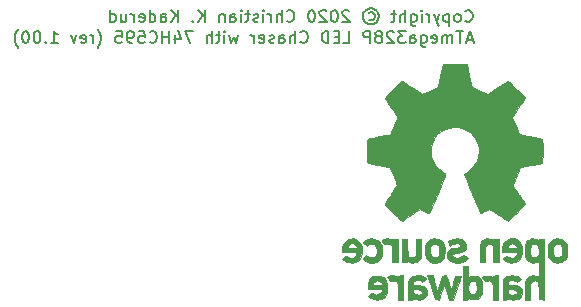
<source format=gbr>
G04 #@! TF.GenerationSoftware,KiCad,Pcbnew,5.1.6-c6e7f7d~87~ubuntu20.04.1*
G04 #@! TF.CreationDate,2020-07-20T09:25:59+02:00*
G04 #@! TF.ProjectId,x-LedChaser,782d4c65-6443-4686-9173-65722e6b6963,1.0*
G04 #@! TF.SameCoordinates,Original*
G04 #@! TF.FileFunction,Legend,Bot*
G04 #@! TF.FilePolarity,Positive*
%FSLAX46Y46*%
G04 Gerber Fmt 4.6, Leading zero omitted, Abs format (unit mm)*
G04 Created by KiCad (PCBNEW 5.1.6-c6e7f7d~87~ubuntu20.04.1) date 2020-07-20 09:25:59*
%MOMM*%
%LPD*%
G01*
G04 APERTURE LIST*
%ADD10C,0.152400*%
%ADD11C,0.010000*%
G04 APERTURE END LIST*
D10*
X227279320Y-74591333D02*
X226795511Y-74591333D01*
X227376082Y-74881619D02*
X227037416Y-73865619D01*
X226698749Y-74881619D01*
X226505225Y-73865619D02*
X225924654Y-73865619D01*
X226214940Y-74881619D02*
X226214940Y-73865619D01*
X225585987Y-74881619D02*
X225585987Y-74204285D01*
X225585987Y-74301047D02*
X225537606Y-74252666D01*
X225440844Y-74204285D01*
X225295701Y-74204285D01*
X225198940Y-74252666D01*
X225150559Y-74349428D01*
X225150559Y-74881619D01*
X225150559Y-74349428D02*
X225102178Y-74252666D01*
X225005416Y-74204285D01*
X224860273Y-74204285D01*
X224763511Y-74252666D01*
X224715130Y-74349428D01*
X224715130Y-74881619D01*
X223844273Y-74833238D02*
X223941035Y-74881619D01*
X224134559Y-74881619D01*
X224231320Y-74833238D01*
X224279701Y-74736476D01*
X224279701Y-74349428D01*
X224231320Y-74252666D01*
X224134559Y-74204285D01*
X223941035Y-74204285D01*
X223844273Y-74252666D01*
X223795892Y-74349428D01*
X223795892Y-74446190D01*
X224279701Y-74542952D01*
X222925035Y-74204285D02*
X222925035Y-75026761D01*
X222973416Y-75123523D01*
X223021797Y-75171904D01*
X223118559Y-75220285D01*
X223263701Y-75220285D01*
X223360463Y-75171904D01*
X222925035Y-74833238D02*
X223021797Y-74881619D01*
X223215320Y-74881619D01*
X223312082Y-74833238D01*
X223360463Y-74784857D01*
X223408844Y-74688095D01*
X223408844Y-74397809D01*
X223360463Y-74301047D01*
X223312082Y-74252666D01*
X223215320Y-74204285D01*
X223021797Y-74204285D01*
X222925035Y-74252666D01*
X222005797Y-74881619D02*
X222005797Y-74349428D01*
X222054178Y-74252666D01*
X222150940Y-74204285D01*
X222344463Y-74204285D01*
X222441225Y-74252666D01*
X222005797Y-74833238D02*
X222102559Y-74881619D01*
X222344463Y-74881619D01*
X222441225Y-74833238D01*
X222489606Y-74736476D01*
X222489606Y-74639714D01*
X222441225Y-74542952D01*
X222344463Y-74494571D01*
X222102559Y-74494571D01*
X222005797Y-74446190D01*
X221618749Y-73865619D02*
X220989797Y-73865619D01*
X221328463Y-74252666D01*
X221183320Y-74252666D01*
X221086559Y-74301047D01*
X221038178Y-74349428D01*
X220989797Y-74446190D01*
X220989797Y-74688095D01*
X221038178Y-74784857D01*
X221086559Y-74833238D01*
X221183320Y-74881619D01*
X221473606Y-74881619D01*
X221570368Y-74833238D01*
X221618749Y-74784857D01*
X220602749Y-73962380D02*
X220554368Y-73914000D01*
X220457606Y-73865619D01*
X220215701Y-73865619D01*
X220118940Y-73914000D01*
X220070559Y-73962380D01*
X220022178Y-74059142D01*
X220022178Y-74155904D01*
X220070559Y-74301047D01*
X220651130Y-74881619D01*
X220022178Y-74881619D01*
X219441606Y-74301047D02*
X219538368Y-74252666D01*
X219586749Y-74204285D01*
X219635130Y-74107523D01*
X219635130Y-74059142D01*
X219586749Y-73962380D01*
X219538368Y-73914000D01*
X219441606Y-73865619D01*
X219248082Y-73865619D01*
X219151320Y-73914000D01*
X219102940Y-73962380D01*
X219054559Y-74059142D01*
X219054559Y-74107523D01*
X219102940Y-74204285D01*
X219151320Y-74252666D01*
X219248082Y-74301047D01*
X219441606Y-74301047D01*
X219538368Y-74349428D01*
X219586749Y-74397809D01*
X219635130Y-74494571D01*
X219635130Y-74688095D01*
X219586749Y-74784857D01*
X219538368Y-74833238D01*
X219441606Y-74881619D01*
X219248082Y-74881619D01*
X219151320Y-74833238D01*
X219102940Y-74784857D01*
X219054559Y-74688095D01*
X219054559Y-74494571D01*
X219102940Y-74397809D01*
X219151320Y-74349428D01*
X219248082Y-74301047D01*
X218619130Y-74881619D02*
X218619130Y-73865619D01*
X218232082Y-73865619D01*
X218135320Y-73914000D01*
X218086940Y-73962380D01*
X218038559Y-74059142D01*
X218038559Y-74204285D01*
X218086940Y-74301047D01*
X218135320Y-74349428D01*
X218232082Y-74397809D01*
X218619130Y-74397809D01*
X216345225Y-74881619D02*
X216829035Y-74881619D01*
X216829035Y-73865619D01*
X216006559Y-74349428D02*
X215667892Y-74349428D01*
X215522749Y-74881619D02*
X216006559Y-74881619D01*
X216006559Y-73865619D01*
X215522749Y-73865619D01*
X215087320Y-74881619D02*
X215087320Y-73865619D01*
X214845416Y-73865619D01*
X214700273Y-73914000D01*
X214603511Y-74010761D01*
X214555130Y-74107523D01*
X214506749Y-74301047D01*
X214506749Y-74446190D01*
X214555130Y-74639714D01*
X214603511Y-74736476D01*
X214700273Y-74833238D01*
X214845416Y-74881619D01*
X215087320Y-74881619D01*
X212716654Y-74784857D02*
X212765035Y-74833238D01*
X212910178Y-74881619D01*
X213006940Y-74881619D01*
X213152082Y-74833238D01*
X213248844Y-74736476D01*
X213297225Y-74639714D01*
X213345606Y-74446190D01*
X213345606Y-74301047D01*
X213297225Y-74107523D01*
X213248844Y-74010761D01*
X213152082Y-73914000D01*
X213006940Y-73865619D01*
X212910178Y-73865619D01*
X212765035Y-73914000D01*
X212716654Y-73962380D01*
X212281225Y-74881619D02*
X212281225Y-73865619D01*
X211845797Y-74881619D02*
X211845797Y-74349428D01*
X211894178Y-74252666D01*
X211990940Y-74204285D01*
X212136082Y-74204285D01*
X212232844Y-74252666D01*
X212281225Y-74301047D01*
X210926559Y-74881619D02*
X210926559Y-74349428D01*
X210974940Y-74252666D01*
X211071701Y-74204285D01*
X211265225Y-74204285D01*
X211361987Y-74252666D01*
X210926559Y-74833238D02*
X211023320Y-74881619D01*
X211265225Y-74881619D01*
X211361987Y-74833238D01*
X211410368Y-74736476D01*
X211410368Y-74639714D01*
X211361987Y-74542952D01*
X211265225Y-74494571D01*
X211023320Y-74494571D01*
X210926559Y-74446190D01*
X210491130Y-74833238D02*
X210394368Y-74881619D01*
X210200844Y-74881619D01*
X210104082Y-74833238D01*
X210055701Y-74736476D01*
X210055701Y-74688095D01*
X210104082Y-74591333D01*
X210200844Y-74542952D01*
X210345987Y-74542952D01*
X210442749Y-74494571D01*
X210491130Y-74397809D01*
X210491130Y-74349428D01*
X210442749Y-74252666D01*
X210345987Y-74204285D01*
X210200844Y-74204285D01*
X210104082Y-74252666D01*
X209233225Y-74833238D02*
X209329987Y-74881619D01*
X209523511Y-74881619D01*
X209620273Y-74833238D01*
X209668654Y-74736476D01*
X209668654Y-74349428D01*
X209620273Y-74252666D01*
X209523511Y-74204285D01*
X209329987Y-74204285D01*
X209233225Y-74252666D01*
X209184844Y-74349428D01*
X209184844Y-74446190D01*
X209668654Y-74542952D01*
X208749416Y-74881619D02*
X208749416Y-74204285D01*
X208749416Y-74397809D02*
X208701035Y-74301047D01*
X208652654Y-74252666D01*
X208555892Y-74204285D01*
X208459130Y-74204285D01*
X207443130Y-74204285D02*
X207249606Y-74881619D01*
X207056082Y-74397809D01*
X206862559Y-74881619D01*
X206669035Y-74204285D01*
X206281987Y-74881619D02*
X206281987Y-74204285D01*
X206281987Y-73865619D02*
X206330368Y-73914000D01*
X206281987Y-73962380D01*
X206233606Y-73914000D01*
X206281987Y-73865619D01*
X206281987Y-73962380D01*
X205943320Y-74204285D02*
X205556273Y-74204285D01*
X205798178Y-73865619D02*
X205798178Y-74736476D01*
X205749797Y-74833238D01*
X205653035Y-74881619D01*
X205556273Y-74881619D01*
X205217606Y-74881619D02*
X205217606Y-73865619D01*
X204782178Y-74881619D02*
X204782178Y-74349428D01*
X204830559Y-74252666D01*
X204927320Y-74204285D01*
X205072463Y-74204285D01*
X205169225Y-74252666D01*
X205217606Y-74301047D01*
X203621035Y-73865619D02*
X202943701Y-73865619D01*
X203379130Y-74881619D01*
X202121225Y-74204285D02*
X202121225Y-74881619D01*
X202363130Y-73817238D02*
X202605035Y-74542952D01*
X201976082Y-74542952D01*
X201589035Y-74881619D02*
X201589035Y-73865619D01*
X201589035Y-74349428D02*
X201008463Y-74349428D01*
X201008463Y-74881619D02*
X201008463Y-73865619D01*
X199944082Y-74784857D02*
X199992463Y-74833238D01*
X200137606Y-74881619D01*
X200234368Y-74881619D01*
X200379511Y-74833238D01*
X200476273Y-74736476D01*
X200524654Y-74639714D01*
X200573035Y-74446190D01*
X200573035Y-74301047D01*
X200524654Y-74107523D01*
X200476273Y-74010761D01*
X200379511Y-73914000D01*
X200234368Y-73865619D01*
X200137606Y-73865619D01*
X199992463Y-73914000D01*
X199944082Y-73962380D01*
X199024844Y-73865619D02*
X199508654Y-73865619D01*
X199557035Y-74349428D01*
X199508654Y-74301047D01*
X199411892Y-74252666D01*
X199169987Y-74252666D01*
X199073225Y-74301047D01*
X199024844Y-74349428D01*
X198976463Y-74446190D01*
X198976463Y-74688095D01*
X199024844Y-74784857D01*
X199073225Y-74833238D01*
X199169987Y-74881619D01*
X199411892Y-74881619D01*
X199508654Y-74833238D01*
X199557035Y-74784857D01*
X198492654Y-74881619D02*
X198299130Y-74881619D01*
X198202368Y-74833238D01*
X198153987Y-74784857D01*
X198057225Y-74639714D01*
X198008844Y-74446190D01*
X198008844Y-74059142D01*
X198057225Y-73962380D01*
X198105606Y-73914000D01*
X198202368Y-73865619D01*
X198395892Y-73865619D01*
X198492654Y-73914000D01*
X198541035Y-73962380D01*
X198589416Y-74059142D01*
X198589416Y-74301047D01*
X198541035Y-74397809D01*
X198492654Y-74446190D01*
X198395892Y-74494571D01*
X198202368Y-74494571D01*
X198105606Y-74446190D01*
X198057225Y-74397809D01*
X198008844Y-74301047D01*
X197089606Y-73865619D02*
X197573416Y-73865619D01*
X197621797Y-74349428D01*
X197573416Y-74301047D01*
X197476654Y-74252666D01*
X197234749Y-74252666D01*
X197137987Y-74301047D01*
X197089606Y-74349428D01*
X197041225Y-74446190D01*
X197041225Y-74688095D01*
X197089606Y-74784857D01*
X197137987Y-74833238D01*
X197234749Y-74881619D01*
X197476654Y-74881619D01*
X197573416Y-74833238D01*
X197621797Y-74784857D01*
X195541416Y-75268666D02*
X195589797Y-75220285D01*
X195686559Y-75075142D01*
X195734940Y-74978380D01*
X195783320Y-74833238D01*
X195831701Y-74591333D01*
X195831701Y-74397809D01*
X195783320Y-74155904D01*
X195734940Y-74010761D01*
X195686559Y-73914000D01*
X195589797Y-73768857D01*
X195541416Y-73720476D01*
X195154368Y-74881619D02*
X195154368Y-74204285D01*
X195154368Y-74397809D02*
X195105987Y-74301047D01*
X195057606Y-74252666D01*
X194960844Y-74204285D01*
X194864082Y-74204285D01*
X194138368Y-74833238D02*
X194235130Y-74881619D01*
X194428654Y-74881619D01*
X194525416Y-74833238D01*
X194573797Y-74736476D01*
X194573797Y-74349428D01*
X194525416Y-74252666D01*
X194428654Y-74204285D01*
X194235130Y-74204285D01*
X194138368Y-74252666D01*
X194089987Y-74349428D01*
X194089987Y-74446190D01*
X194573797Y-74542952D01*
X193751320Y-74204285D02*
X193509416Y-74881619D01*
X193267511Y-74204285D01*
X191574178Y-74881619D02*
X192154749Y-74881619D01*
X191864463Y-74881619D02*
X191864463Y-73865619D01*
X191961225Y-74010761D01*
X192057987Y-74107523D01*
X192154749Y-74155904D01*
X191138749Y-74784857D02*
X191090368Y-74833238D01*
X191138749Y-74881619D01*
X191187130Y-74833238D01*
X191138749Y-74784857D01*
X191138749Y-74881619D01*
X190461416Y-73865619D02*
X190364654Y-73865619D01*
X190267892Y-73914000D01*
X190219511Y-73962380D01*
X190171130Y-74059142D01*
X190122749Y-74252666D01*
X190122749Y-74494571D01*
X190171130Y-74688095D01*
X190219511Y-74784857D01*
X190267892Y-74833238D01*
X190364654Y-74881619D01*
X190461416Y-74881619D01*
X190558178Y-74833238D01*
X190606559Y-74784857D01*
X190654940Y-74688095D01*
X190703320Y-74494571D01*
X190703320Y-74252666D01*
X190654940Y-74059142D01*
X190606559Y-73962380D01*
X190558178Y-73914000D01*
X190461416Y-73865619D01*
X189493797Y-73865619D02*
X189397035Y-73865619D01*
X189300273Y-73914000D01*
X189251892Y-73962380D01*
X189203511Y-74059142D01*
X189155130Y-74252666D01*
X189155130Y-74494571D01*
X189203511Y-74688095D01*
X189251892Y-74784857D01*
X189300273Y-74833238D01*
X189397035Y-74881619D01*
X189493797Y-74881619D01*
X189590559Y-74833238D01*
X189638940Y-74784857D01*
X189687320Y-74688095D01*
X189735701Y-74494571D01*
X189735701Y-74252666D01*
X189687320Y-74059142D01*
X189638940Y-73962380D01*
X189590559Y-73914000D01*
X189493797Y-73865619D01*
X188816463Y-75268666D02*
X188768082Y-75220285D01*
X188671320Y-75075142D01*
X188622940Y-74978380D01*
X188574559Y-74833238D01*
X188526178Y-74591333D01*
X188526178Y-74397809D01*
X188574559Y-74155904D01*
X188622940Y-74010761D01*
X188671320Y-73914000D01*
X188768082Y-73768857D01*
X188816463Y-73720476D01*
X226655536Y-73006857D02*
X226703917Y-73055238D01*
X226849060Y-73103619D01*
X226945821Y-73103619D01*
X227090964Y-73055238D01*
X227187726Y-72958476D01*
X227236107Y-72861714D01*
X227284488Y-72668190D01*
X227284488Y-72523047D01*
X227236107Y-72329523D01*
X227187726Y-72232761D01*
X227090964Y-72136000D01*
X226945821Y-72087619D01*
X226849060Y-72087619D01*
X226703917Y-72136000D01*
X226655536Y-72184380D01*
X226074964Y-73103619D02*
X226171726Y-73055238D01*
X226220107Y-73006857D01*
X226268488Y-72910095D01*
X226268488Y-72619809D01*
X226220107Y-72523047D01*
X226171726Y-72474666D01*
X226074964Y-72426285D01*
X225929821Y-72426285D01*
X225833060Y-72474666D01*
X225784679Y-72523047D01*
X225736298Y-72619809D01*
X225736298Y-72910095D01*
X225784679Y-73006857D01*
X225833060Y-73055238D01*
X225929821Y-73103619D01*
X226074964Y-73103619D01*
X225300869Y-72426285D02*
X225300869Y-73442285D01*
X225300869Y-72474666D02*
X225204107Y-72426285D01*
X225010583Y-72426285D01*
X224913821Y-72474666D01*
X224865440Y-72523047D01*
X224817060Y-72619809D01*
X224817060Y-72910095D01*
X224865440Y-73006857D01*
X224913821Y-73055238D01*
X225010583Y-73103619D01*
X225204107Y-73103619D01*
X225300869Y-73055238D01*
X224478393Y-72426285D02*
X224236488Y-73103619D01*
X223994583Y-72426285D02*
X224236488Y-73103619D01*
X224333250Y-73345523D01*
X224381631Y-73393904D01*
X224478393Y-73442285D01*
X223607536Y-73103619D02*
X223607536Y-72426285D01*
X223607536Y-72619809D02*
X223559155Y-72523047D01*
X223510774Y-72474666D01*
X223414012Y-72426285D01*
X223317250Y-72426285D01*
X222978583Y-73103619D02*
X222978583Y-72426285D01*
X222978583Y-72087619D02*
X223026964Y-72136000D01*
X222978583Y-72184380D01*
X222930202Y-72136000D01*
X222978583Y-72087619D01*
X222978583Y-72184380D01*
X222059345Y-72426285D02*
X222059345Y-73248761D01*
X222107726Y-73345523D01*
X222156107Y-73393904D01*
X222252869Y-73442285D01*
X222398012Y-73442285D01*
X222494774Y-73393904D01*
X222059345Y-73055238D02*
X222156107Y-73103619D01*
X222349631Y-73103619D01*
X222446393Y-73055238D01*
X222494774Y-73006857D01*
X222543155Y-72910095D01*
X222543155Y-72619809D01*
X222494774Y-72523047D01*
X222446393Y-72474666D01*
X222349631Y-72426285D01*
X222156107Y-72426285D01*
X222059345Y-72474666D01*
X221575536Y-73103619D02*
X221575536Y-72087619D01*
X221140107Y-73103619D02*
X221140107Y-72571428D01*
X221188488Y-72474666D01*
X221285250Y-72426285D01*
X221430393Y-72426285D01*
X221527155Y-72474666D01*
X221575536Y-72523047D01*
X220801440Y-72426285D02*
X220414393Y-72426285D01*
X220656298Y-72087619D02*
X220656298Y-72958476D01*
X220607917Y-73055238D01*
X220511155Y-73103619D01*
X220414393Y-73103619D01*
X218479155Y-72329523D02*
X218575917Y-72281142D01*
X218769440Y-72281142D01*
X218866202Y-72329523D01*
X218962964Y-72426285D01*
X219011345Y-72523047D01*
X219011345Y-72716571D01*
X218962964Y-72813333D01*
X218866202Y-72910095D01*
X218769440Y-72958476D01*
X218575917Y-72958476D01*
X218479155Y-72910095D01*
X218672679Y-71942476D02*
X218914583Y-71990857D01*
X219156488Y-72136000D01*
X219301631Y-72377904D01*
X219350012Y-72619809D01*
X219301631Y-72861714D01*
X219156488Y-73103619D01*
X218914583Y-73248761D01*
X218672679Y-73297142D01*
X218430774Y-73248761D01*
X218188869Y-73103619D01*
X218043726Y-72861714D01*
X217995345Y-72619809D01*
X218043726Y-72377904D01*
X218188869Y-72136000D01*
X218430774Y-71990857D01*
X218672679Y-71942476D01*
X216834202Y-72184380D02*
X216785821Y-72136000D01*
X216689060Y-72087619D01*
X216447155Y-72087619D01*
X216350393Y-72136000D01*
X216302012Y-72184380D01*
X216253631Y-72281142D01*
X216253631Y-72377904D01*
X216302012Y-72523047D01*
X216882583Y-73103619D01*
X216253631Y-73103619D01*
X215624679Y-72087619D02*
X215527917Y-72087619D01*
X215431155Y-72136000D01*
X215382774Y-72184380D01*
X215334393Y-72281142D01*
X215286012Y-72474666D01*
X215286012Y-72716571D01*
X215334393Y-72910095D01*
X215382774Y-73006857D01*
X215431155Y-73055238D01*
X215527917Y-73103619D01*
X215624679Y-73103619D01*
X215721440Y-73055238D01*
X215769821Y-73006857D01*
X215818202Y-72910095D01*
X215866583Y-72716571D01*
X215866583Y-72474666D01*
X215818202Y-72281142D01*
X215769821Y-72184380D01*
X215721440Y-72136000D01*
X215624679Y-72087619D01*
X214898964Y-72184380D02*
X214850583Y-72136000D01*
X214753821Y-72087619D01*
X214511917Y-72087619D01*
X214415155Y-72136000D01*
X214366774Y-72184380D01*
X214318393Y-72281142D01*
X214318393Y-72377904D01*
X214366774Y-72523047D01*
X214947345Y-73103619D01*
X214318393Y-73103619D01*
X213689440Y-72087619D02*
X213592679Y-72087619D01*
X213495917Y-72136000D01*
X213447536Y-72184380D01*
X213399155Y-72281142D01*
X213350774Y-72474666D01*
X213350774Y-72716571D01*
X213399155Y-72910095D01*
X213447536Y-73006857D01*
X213495917Y-73055238D01*
X213592679Y-73103619D01*
X213689440Y-73103619D01*
X213786202Y-73055238D01*
X213834583Y-73006857D01*
X213882964Y-72910095D01*
X213931345Y-72716571D01*
X213931345Y-72474666D01*
X213882964Y-72281142D01*
X213834583Y-72184380D01*
X213786202Y-72136000D01*
X213689440Y-72087619D01*
X211560679Y-73006857D02*
X211609060Y-73055238D01*
X211754202Y-73103619D01*
X211850964Y-73103619D01*
X211996107Y-73055238D01*
X212092869Y-72958476D01*
X212141250Y-72861714D01*
X212189631Y-72668190D01*
X212189631Y-72523047D01*
X212141250Y-72329523D01*
X212092869Y-72232761D01*
X211996107Y-72136000D01*
X211850964Y-72087619D01*
X211754202Y-72087619D01*
X211609060Y-72136000D01*
X211560679Y-72184380D01*
X211125250Y-73103619D02*
X211125250Y-72087619D01*
X210689821Y-73103619D02*
X210689821Y-72571428D01*
X210738202Y-72474666D01*
X210834964Y-72426285D01*
X210980107Y-72426285D01*
X211076869Y-72474666D01*
X211125250Y-72523047D01*
X210206012Y-73103619D02*
X210206012Y-72426285D01*
X210206012Y-72619809D02*
X210157631Y-72523047D01*
X210109250Y-72474666D01*
X210012488Y-72426285D01*
X209915726Y-72426285D01*
X209577060Y-73103619D02*
X209577060Y-72426285D01*
X209577060Y-72087619D02*
X209625440Y-72136000D01*
X209577060Y-72184380D01*
X209528679Y-72136000D01*
X209577060Y-72087619D01*
X209577060Y-72184380D01*
X209141631Y-73055238D02*
X209044869Y-73103619D01*
X208851345Y-73103619D01*
X208754583Y-73055238D01*
X208706202Y-72958476D01*
X208706202Y-72910095D01*
X208754583Y-72813333D01*
X208851345Y-72764952D01*
X208996488Y-72764952D01*
X209093250Y-72716571D01*
X209141631Y-72619809D01*
X209141631Y-72571428D01*
X209093250Y-72474666D01*
X208996488Y-72426285D01*
X208851345Y-72426285D01*
X208754583Y-72474666D01*
X208415917Y-72426285D02*
X208028869Y-72426285D01*
X208270774Y-72087619D02*
X208270774Y-72958476D01*
X208222393Y-73055238D01*
X208125631Y-73103619D01*
X208028869Y-73103619D01*
X207690202Y-73103619D02*
X207690202Y-72426285D01*
X207690202Y-72087619D02*
X207738583Y-72136000D01*
X207690202Y-72184380D01*
X207641821Y-72136000D01*
X207690202Y-72087619D01*
X207690202Y-72184380D01*
X206770964Y-73103619D02*
X206770964Y-72571428D01*
X206819345Y-72474666D01*
X206916107Y-72426285D01*
X207109631Y-72426285D01*
X207206393Y-72474666D01*
X206770964Y-73055238D02*
X206867726Y-73103619D01*
X207109631Y-73103619D01*
X207206393Y-73055238D01*
X207254774Y-72958476D01*
X207254774Y-72861714D01*
X207206393Y-72764952D01*
X207109631Y-72716571D01*
X206867726Y-72716571D01*
X206770964Y-72668190D01*
X206287155Y-72426285D02*
X206287155Y-73103619D01*
X206287155Y-72523047D02*
X206238774Y-72474666D01*
X206142012Y-72426285D01*
X205996869Y-72426285D01*
X205900107Y-72474666D01*
X205851726Y-72571428D01*
X205851726Y-73103619D01*
X204593821Y-73103619D02*
X204593821Y-72087619D01*
X204013250Y-73103619D02*
X204448679Y-72523047D01*
X204013250Y-72087619D02*
X204593821Y-72668190D01*
X203577821Y-73006857D02*
X203529440Y-73055238D01*
X203577821Y-73103619D01*
X203626202Y-73055238D01*
X203577821Y-73006857D01*
X203577821Y-73103619D01*
X202319917Y-73103619D02*
X202319917Y-72087619D01*
X201739345Y-73103619D02*
X202174774Y-72523047D01*
X201739345Y-72087619D02*
X202319917Y-72668190D01*
X200868488Y-73103619D02*
X200868488Y-72571428D01*
X200916869Y-72474666D01*
X201013631Y-72426285D01*
X201207155Y-72426285D01*
X201303917Y-72474666D01*
X200868488Y-73055238D02*
X200965250Y-73103619D01*
X201207155Y-73103619D01*
X201303917Y-73055238D01*
X201352298Y-72958476D01*
X201352298Y-72861714D01*
X201303917Y-72764952D01*
X201207155Y-72716571D01*
X200965250Y-72716571D01*
X200868488Y-72668190D01*
X199949250Y-73103619D02*
X199949250Y-72087619D01*
X199949250Y-73055238D02*
X200046012Y-73103619D01*
X200239536Y-73103619D01*
X200336298Y-73055238D01*
X200384679Y-73006857D01*
X200433060Y-72910095D01*
X200433060Y-72619809D01*
X200384679Y-72523047D01*
X200336298Y-72474666D01*
X200239536Y-72426285D01*
X200046012Y-72426285D01*
X199949250Y-72474666D01*
X199078393Y-73055238D02*
X199175155Y-73103619D01*
X199368679Y-73103619D01*
X199465440Y-73055238D01*
X199513821Y-72958476D01*
X199513821Y-72571428D01*
X199465440Y-72474666D01*
X199368679Y-72426285D01*
X199175155Y-72426285D01*
X199078393Y-72474666D01*
X199030012Y-72571428D01*
X199030012Y-72668190D01*
X199513821Y-72764952D01*
X198594583Y-73103619D02*
X198594583Y-72426285D01*
X198594583Y-72619809D02*
X198546202Y-72523047D01*
X198497821Y-72474666D01*
X198401060Y-72426285D01*
X198304298Y-72426285D01*
X197530202Y-72426285D02*
X197530202Y-73103619D01*
X197965631Y-72426285D02*
X197965631Y-72958476D01*
X197917250Y-73055238D01*
X197820488Y-73103619D01*
X197675345Y-73103619D01*
X197578583Y-73055238D01*
X197530202Y-73006857D01*
X196610964Y-73103619D02*
X196610964Y-72087619D01*
X196610964Y-73055238D02*
X196707726Y-73103619D01*
X196901250Y-73103619D01*
X196998012Y-73055238D01*
X197046393Y-73006857D01*
X197094774Y-72910095D01*
X197094774Y-72619809D01*
X197046393Y-72523047D01*
X196998012Y-72474666D01*
X196901250Y-72426285D01*
X196707726Y-72426285D01*
X196610964Y-72474666D01*
D11*
G36*
X232126808Y-91479166D02*
G01*
X232039015Y-91522540D01*
X231930751Y-91598122D01*
X231851845Y-91680542D01*
X231797805Y-91784037D01*
X231764141Y-91922843D01*
X231746363Y-92111194D01*
X231739980Y-92363328D01*
X231739607Y-92471724D01*
X231740696Y-92709287D01*
X231745222Y-92879068D01*
X231755068Y-92996550D01*
X231772118Y-93077215D01*
X231798259Y-93136545D01*
X231825458Y-93177020D01*
X231999080Y-93349225D01*
X232203538Y-93452806D01*
X232424104Y-93483960D01*
X232646046Y-93438885D01*
X232716360Y-93407009D01*
X232884689Y-93319271D01*
X232884689Y-94694172D01*
X232761838Y-94630643D01*
X232599967Y-94581491D01*
X232401005Y-94568900D01*
X232202328Y-94592147D01*
X232052290Y-94644370D01*
X231927841Y-94743826D01*
X231821508Y-94886143D01*
X231813513Y-94900755D01*
X231779793Y-94969582D01*
X231755166Y-95038956D01*
X231738214Y-95122996D01*
X231727519Y-95235816D01*
X231721662Y-95391533D01*
X231719227Y-95604265D01*
X231718787Y-95843664D01*
X231718787Y-96607443D01*
X232176820Y-96607443D01*
X232176820Y-95199108D01*
X232304933Y-95091308D01*
X232438018Y-95005079D01*
X232564048Y-94989401D01*
X232690778Y-95029747D01*
X232758317Y-95069254D01*
X232808586Y-95125527D01*
X232844338Y-95210572D01*
X232868328Y-95336394D01*
X232883311Y-95514998D01*
X232892040Y-95758391D01*
X232895114Y-95920394D01*
X232905508Y-96586623D01*
X233124115Y-96599209D01*
X233342721Y-96611795D01*
X233342721Y-92477464D01*
X232884689Y-92477464D01*
X232873011Y-92707953D01*
X232833662Y-92867950D01*
X232760166Y-92967497D01*
X232646049Y-93016639D01*
X232530754Y-93026459D01*
X232400238Y-93015175D01*
X232313617Y-92970764D01*
X232259451Y-92912081D01*
X232216810Y-92848962D01*
X232191426Y-92778645D01*
X232180131Y-92680123D01*
X232179760Y-92532387D01*
X232183560Y-92408683D01*
X232192288Y-92222328D01*
X232205280Y-92099982D01*
X232227159Y-92022377D01*
X232262546Y-91970245D01*
X232295941Y-91940111D01*
X232435475Y-91874399D01*
X232600619Y-91863787D01*
X232695446Y-91886423D01*
X232789334Y-91966881D01*
X232851526Y-92123392D01*
X232881669Y-92354852D01*
X232884689Y-92477464D01*
X233342721Y-92477464D01*
X233342721Y-91444164D01*
X233113705Y-91444164D01*
X232976206Y-91449602D01*
X232905267Y-91468909D01*
X232884697Y-91506576D01*
X232884689Y-91507692D01*
X232875145Y-91544581D01*
X232833051Y-91540393D01*
X232749361Y-91499859D01*
X232554354Y-91437850D01*
X232334954Y-91431332D01*
X232126808Y-91479166D01*
G37*
X232126808Y-91479166D02*
X232039015Y-91522540D01*
X231930751Y-91598122D01*
X231851845Y-91680542D01*
X231797805Y-91784037D01*
X231764141Y-91922843D01*
X231746363Y-92111194D01*
X231739980Y-92363328D01*
X231739607Y-92471724D01*
X231740696Y-92709287D01*
X231745222Y-92879068D01*
X231755068Y-92996550D01*
X231772118Y-93077215D01*
X231798259Y-93136545D01*
X231825458Y-93177020D01*
X231999080Y-93349225D01*
X232203538Y-93452806D01*
X232424104Y-93483960D01*
X232646046Y-93438885D01*
X232716360Y-93407009D01*
X232884689Y-93319271D01*
X232884689Y-94694172D01*
X232761838Y-94630643D01*
X232599967Y-94581491D01*
X232401005Y-94568900D01*
X232202328Y-94592147D01*
X232052290Y-94644370D01*
X231927841Y-94743826D01*
X231821508Y-94886143D01*
X231813513Y-94900755D01*
X231779793Y-94969582D01*
X231755166Y-95038956D01*
X231738214Y-95122996D01*
X231727519Y-95235816D01*
X231721662Y-95391533D01*
X231719227Y-95604265D01*
X231718787Y-95843664D01*
X231718787Y-96607443D01*
X232176820Y-96607443D01*
X232176820Y-95199108D01*
X232304933Y-95091308D01*
X232438018Y-95005079D01*
X232564048Y-94989401D01*
X232690778Y-95029747D01*
X232758317Y-95069254D01*
X232808586Y-95125527D01*
X232844338Y-95210572D01*
X232868328Y-95336394D01*
X232883311Y-95514998D01*
X232892040Y-95758391D01*
X232895114Y-95920394D01*
X232905508Y-96586623D01*
X233124115Y-96599209D01*
X233342721Y-96611795D01*
X233342721Y-92477464D01*
X232884689Y-92477464D01*
X232873011Y-92707953D01*
X232833662Y-92867950D01*
X232760166Y-92967497D01*
X232646049Y-93016639D01*
X232530754Y-93026459D01*
X232400238Y-93015175D01*
X232313617Y-92970764D01*
X232259451Y-92912081D01*
X232216810Y-92848962D01*
X232191426Y-92778645D01*
X232180131Y-92680123D01*
X232179760Y-92532387D01*
X232183560Y-92408683D01*
X232192288Y-92222328D01*
X232205280Y-92099982D01*
X232227159Y-92022377D01*
X232262546Y-91970245D01*
X232295941Y-91940111D01*
X232435475Y-91874399D01*
X232600619Y-91863787D01*
X232695446Y-91886423D01*
X232789334Y-91966881D01*
X232851526Y-92123392D01*
X232881669Y-92354852D01*
X232884689Y-92477464D01*
X233342721Y-92477464D01*
X233342721Y-91444164D01*
X233113705Y-91444164D01*
X232976206Y-91449602D01*
X232905267Y-91468909D01*
X232884697Y-91506576D01*
X232884689Y-91507692D01*
X232875145Y-91544581D01*
X232833051Y-91540393D01*
X232749361Y-91499859D01*
X232554354Y-91437850D01*
X232334954Y-91431332D01*
X232126808Y-91479166D01*
G36*
X230389779Y-94583247D02*
G01*
X230193889Y-94635514D01*
X230044767Y-94730253D01*
X229939535Y-94854338D01*
X229906821Y-94907296D01*
X229882669Y-94962768D01*
X229865784Y-95033730D01*
X229854873Y-95133154D01*
X229848640Y-95274016D01*
X229845791Y-95469289D01*
X229845032Y-95731948D01*
X229845016Y-95801633D01*
X229845016Y-96607443D01*
X230044885Y-96607443D01*
X230172370Y-96598515D01*
X230266634Y-96575896D01*
X230290251Y-96561946D01*
X230354815Y-96537870D01*
X230420759Y-96561946D01*
X230529332Y-96592003D01*
X230687042Y-96604100D01*
X230861844Y-96598851D01*
X231021693Y-96576869D01*
X231115016Y-96548663D01*
X231295609Y-96432731D01*
X231408470Y-96271847D01*
X231459209Y-96057936D01*
X231459680Y-96052443D01*
X231455227Y-95957547D01*
X231052557Y-95957547D01*
X231017354Y-96065484D01*
X230960014Y-96126229D01*
X230844913Y-96172172D01*
X230692986Y-96190512D01*
X230538061Y-96181485D01*
X230413964Y-96145332D01*
X230379197Y-96122137D01*
X230318444Y-96014960D01*
X230303049Y-95893120D01*
X230303049Y-95733017D01*
X230533403Y-95733017D01*
X230752241Y-95749863D01*
X230918137Y-95797593D01*
X231021338Y-95871986D01*
X231052557Y-95957547D01*
X231455227Y-95957547D01*
X231448713Y-95818731D01*
X231371631Y-95633946D01*
X231226714Y-95494206D01*
X231206683Y-95481495D01*
X231120610Y-95440105D01*
X231014073Y-95415041D01*
X230865141Y-95402858D01*
X230688213Y-95400057D01*
X230303049Y-95399902D01*
X230303049Y-95238443D01*
X230319387Y-95113168D01*
X230361078Y-95029241D01*
X230365959Y-95024773D01*
X230458736Y-94988059D01*
X230598784Y-94973828D01*
X230753555Y-94980821D01*
X230890499Y-95007780D01*
X230971759Y-95048212D01*
X231015790Y-95080601D01*
X231062285Y-95086784D01*
X231126451Y-95060248D01*
X231223495Y-94994479D01*
X231368626Y-94882963D01*
X231381947Y-94872516D01*
X231375121Y-94833862D01*
X231318178Y-94769572D01*
X231231630Y-94698131D01*
X231135992Y-94638021D01*
X231105944Y-94623827D01*
X230996341Y-94595503D01*
X230835735Y-94575300D01*
X230656302Y-94567196D01*
X230647911Y-94567180D01*
X230389779Y-94583247D01*
G37*
X230389779Y-94583247D02*
X230193889Y-94635514D01*
X230044767Y-94730253D01*
X229939535Y-94854338D01*
X229906821Y-94907296D01*
X229882669Y-94962768D01*
X229865784Y-95033730D01*
X229854873Y-95133154D01*
X229848640Y-95274016D01*
X229845791Y-95469289D01*
X229845032Y-95731948D01*
X229845016Y-95801633D01*
X229845016Y-96607443D01*
X230044885Y-96607443D01*
X230172370Y-96598515D01*
X230266634Y-96575896D01*
X230290251Y-96561946D01*
X230354815Y-96537870D01*
X230420759Y-96561946D01*
X230529332Y-96592003D01*
X230687042Y-96604100D01*
X230861844Y-96598851D01*
X231021693Y-96576869D01*
X231115016Y-96548663D01*
X231295609Y-96432731D01*
X231408470Y-96271847D01*
X231459209Y-96057936D01*
X231459680Y-96052443D01*
X231455227Y-95957547D01*
X231052557Y-95957547D01*
X231017354Y-96065484D01*
X230960014Y-96126229D01*
X230844913Y-96172172D01*
X230692986Y-96190512D01*
X230538061Y-96181485D01*
X230413964Y-96145332D01*
X230379197Y-96122137D01*
X230318444Y-96014960D01*
X230303049Y-95893120D01*
X230303049Y-95733017D01*
X230533403Y-95733017D01*
X230752241Y-95749863D01*
X230918137Y-95797593D01*
X231021338Y-95871986D01*
X231052557Y-95957547D01*
X231455227Y-95957547D01*
X231448713Y-95818731D01*
X231371631Y-95633946D01*
X231226714Y-95494206D01*
X231206683Y-95481495D01*
X231120610Y-95440105D01*
X231014073Y-95415041D01*
X230865141Y-95402858D01*
X230688213Y-95400057D01*
X230303049Y-95399902D01*
X230303049Y-95238443D01*
X230319387Y-95113168D01*
X230361078Y-95029241D01*
X230365959Y-95024773D01*
X230458736Y-94988059D01*
X230598784Y-94973828D01*
X230753555Y-94980821D01*
X230890499Y-95007780D01*
X230971759Y-95048212D01*
X231015790Y-95080601D01*
X231062285Y-95086784D01*
X231126451Y-95060248D01*
X231223495Y-94994479D01*
X231368626Y-94882963D01*
X231381947Y-94872516D01*
X231375121Y-94833862D01*
X231318178Y-94769572D01*
X231231630Y-94698131D01*
X231135992Y-94638021D01*
X231105944Y-94623827D01*
X230996341Y-94595503D01*
X230835735Y-94575300D01*
X230656302Y-94567196D01*
X230647911Y-94567180D01*
X230389779Y-94583247D01*
G36*
X229095475Y-94571540D02*
G01*
X229033163Y-94590218D01*
X229013075Y-94631255D01*
X229012230Y-94649782D01*
X229008625Y-94701383D01*
X228983800Y-94709484D01*
X228916737Y-94674108D01*
X228876902Y-94649937D01*
X228751227Y-94598175D01*
X228601123Y-94572581D01*
X228443737Y-94570613D01*
X228296214Y-94589729D01*
X228175700Y-94627387D01*
X228099340Y-94681044D01*
X228084281Y-94748158D01*
X228091881Y-94766333D01*
X228147282Y-94841777D01*
X228233190Y-94934568D01*
X228248728Y-94949568D01*
X228330612Y-95018540D01*
X228401263Y-95040825D01*
X228500068Y-95025272D01*
X228539652Y-95014938D01*
X228662828Y-94990116D01*
X228749436Y-95001278D01*
X228822576Y-95040646D01*
X228889574Y-95093479D01*
X228938918Y-95159924D01*
X228973209Y-95252652D01*
X228995048Y-95384334D01*
X229007034Y-95567641D01*
X229011769Y-95815246D01*
X229012230Y-95964744D01*
X229012230Y-96607443D01*
X229428623Y-96607443D01*
X229428623Y-94567115D01*
X229220426Y-94567115D01*
X229095475Y-94571540D01*
G37*
X229095475Y-94571540D02*
X229033163Y-94590218D01*
X229013075Y-94631255D01*
X229012230Y-94649782D01*
X229008625Y-94701383D01*
X228983800Y-94709484D01*
X228916737Y-94674108D01*
X228876902Y-94649937D01*
X228751227Y-94598175D01*
X228601123Y-94572581D01*
X228443737Y-94570613D01*
X228296214Y-94589729D01*
X228175700Y-94627387D01*
X228099340Y-94681044D01*
X228084281Y-94748158D01*
X228091881Y-94766333D01*
X228147282Y-94841777D01*
X228233190Y-94934568D01*
X228248728Y-94949568D01*
X228330612Y-95018540D01*
X228401263Y-95040825D01*
X228500068Y-95025272D01*
X228539652Y-95014938D01*
X228662828Y-94990116D01*
X228749436Y-95001278D01*
X228822576Y-95040646D01*
X228889574Y-95093479D01*
X228938918Y-95159924D01*
X228973209Y-95252652D01*
X228995048Y-95384334D01*
X229007034Y-95567641D01*
X229011769Y-95815246D01*
X229012230Y-95964744D01*
X229012230Y-96607443D01*
X229428623Y-96607443D01*
X229428623Y-94567115D01*
X229220426Y-94567115D01*
X229095475Y-94571540D01*
G36*
X226472230Y-96607443D02*
G01*
X226701246Y-96607443D01*
X226834175Y-96603546D01*
X226903405Y-96587407D01*
X226928332Y-96552354D01*
X226930262Y-96528653D01*
X226934466Y-96481123D01*
X226960974Y-96472008D01*
X227030633Y-96501308D01*
X227084804Y-96528653D01*
X227292777Y-96593451D01*
X227518853Y-96597201D01*
X227702655Y-96548873D01*
X227873813Y-96432118D01*
X228004284Y-96259781D01*
X228075727Y-96056506D01*
X228077546Y-96045141D01*
X228088161Y-95921136D01*
X228093440Y-95743117D01*
X228093016Y-95608480D01*
X227638172Y-95608480D01*
X227627635Y-95787428D01*
X227603666Y-95934924D01*
X227571217Y-96018217D01*
X227448456Y-96132041D01*
X227302701Y-96172845D01*
X227152393Y-96139848D01*
X227023951Y-96041422D01*
X226975308Y-95975224D01*
X226946866Y-95896231D01*
X226933544Y-95780926D01*
X226930262Y-95607736D01*
X226936135Y-95436229D01*
X226951647Y-95285540D01*
X226973638Y-95184698D01*
X226977303Y-95175659D01*
X227065988Y-95068195D01*
X227195428Y-95009195D01*
X227340257Y-94999669D01*
X227475109Y-95040626D01*
X227574617Y-95133076D01*
X227584940Y-95151473D01*
X227617250Y-95263646D01*
X227634852Y-95424934D01*
X227638172Y-95608480D01*
X228093016Y-95608480D01*
X228092800Y-95540212D01*
X228089806Y-95431010D01*
X228069442Y-95160856D01*
X228027117Y-94958024D01*
X227956706Y-94808077D01*
X227852088Y-94696579D01*
X227750521Y-94631127D01*
X227608616Y-94585117D01*
X227432121Y-94569336D01*
X227251393Y-94582190D01*
X227096787Y-94622081D01*
X227015101Y-94669801D01*
X226930262Y-94746579D01*
X226930262Y-93775967D01*
X226472230Y-93775967D01*
X226472230Y-96607443D01*
G37*
X226472230Y-96607443D02*
X226701246Y-96607443D01*
X226834175Y-96603546D01*
X226903405Y-96587407D01*
X226928332Y-96552354D01*
X226930262Y-96528653D01*
X226934466Y-96481123D01*
X226960974Y-96472008D01*
X227030633Y-96501308D01*
X227084804Y-96528653D01*
X227292777Y-96593451D01*
X227518853Y-96597201D01*
X227702655Y-96548873D01*
X227873813Y-96432118D01*
X228004284Y-96259781D01*
X228075727Y-96056506D01*
X228077546Y-96045141D01*
X228088161Y-95921136D01*
X228093440Y-95743117D01*
X228093016Y-95608480D01*
X227638172Y-95608480D01*
X227627635Y-95787428D01*
X227603666Y-95934924D01*
X227571217Y-96018217D01*
X227448456Y-96132041D01*
X227302701Y-96172845D01*
X227152393Y-96139848D01*
X227023951Y-96041422D01*
X226975308Y-95975224D01*
X226946866Y-95896231D01*
X226933544Y-95780926D01*
X226930262Y-95607736D01*
X226936135Y-95436229D01*
X226951647Y-95285540D01*
X226973638Y-95184698D01*
X226977303Y-95175659D01*
X227065988Y-95068195D01*
X227195428Y-95009195D01*
X227340257Y-94999669D01*
X227475109Y-95040626D01*
X227574617Y-95133076D01*
X227584940Y-95151473D01*
X227617250Y-95263646D01*
X227634852Y-95424934D01*
X227638172Y-95608480D01*
X228093016Y-95608480D01*
X228092800Y-95540212D01*
X228089806Y-95431010D01*
X228069442Y-95160856D01*
X228027117Y-94958024D01*
X227956706Y-94808077D01*
X227852088Y-94696579D01*
X227750521Y-94631127D01*
X227608616Y-94585117D01*
X227432121Y-94569336D01*
X227251393Y-94582190D01*
X227096787Y-94622081D01*
X227015101Y-94669801D01*
X226930262Y-94746579D01*
X226930262Y-93775967D01*
X226472230Y-93775967D01*
X226472230Y-96607443D01*
G36*
X224709058Y-94587935D02*
G01*
X224493752Y-95233344D01*
X224278445Y-95878754D01*
X224210936Y-95649738D01*
X224170309Y-95508204D01*
X224116867Y-95316936D01*
X224059158Y-95106693D01*
X224028645Y-94993918D01*
X223913864Y-94567115D01*
X223440313Y-94567115D01*
X223581861Y-95014738D01*
X223651567Y-95234903D01*
X223735777Y-95500471D01*
X223823719Y-95777492D01*
X223902228Y-96024492D01*
X224081048Y-96586623D01*
X224274118Y-96599185D01*
X224467189Y-96611746D01*
X224571882Y-96266070D01*
X224636447Y-96051335D01*
X224706908Y-95814604D01*
X224768489Y-95605526D01*
X224770919Y-95597205D01*
X224816915Y-95455537D01*
X224857497Y-95358874D01*
X224885920Y-95322321D01*
X224891761Y-95326549D01*
X224912262Y-95383217D01*
X224951215Y-95504605D01*
X225003878Y-95675448D01*
X225065509Y-95880482D01*
X225098857Y-95993262D01*
X225279454Y-96607443D01*
X225662733Y-96607443D01*
X225969133Y-95639328D01*
X226055209Y-95367759D01*
X226133620Y-95121138D01*
X226200661Y-94911048D01*
X226252631Y-94749076D01*
X226285826Y-94646808D01*
X226295916Y-94616928D01*
X226287928Y-94586334D01*
X226225208Y-94572935D01*
X226094685Y-94574275D01*
X226074253Y-94575288D01*
X225832208Y-94587935D01*
X225673683Y-95170885D01*
X225615415Y-95383486D01*
X225563345Y-95570377D01*
X225522056Y-95715331D01*
X225496134Y-95802120D01*
X225491344Y-95816269D01*
X225471496Y-95799998D01*
X225431470Y-95715697D01*
X225375862Y-95574842D01*
X225309269Y-95388911D01*
X225252976Y-95220956D01*
X225038422Y-94563209D01*
X224709058Y-94587935D01*
G37*
X224709058Y-94587935D02*
X224493752Y-95233344D01*
X224278445Y-95878754D01*
X224210936Y-95649738D01*
X224170309Y-95508204D01*
X224116867Y-95316936D01*
X224059158Y-95106693D01*
X224028645Y-94993918D01*
X223913864Y-94567115D01*
X223440313Y-94567115D01*
X223581861Y-95014738D01*
X223651567Y-95234903D01*
X223735777Y-95500471D01*
X223823719Y-95777492D01*
X223902228Y-96024492D01*
X224081048Y-96586623D01*
X224274118Y-96599185D01*
X224467189Y-96611746D01*
X224571882Y-96266070D01*
X224636447Y-96051335D01*
X224706908Y-95814604D01*
X224768489Y-95605526D01*
X224770919Y-95597205D01*
X224816915Y-95455537D01*
X224857497Y-95358874D01*
X224885920Y-95322321D01*
X224891761Y-95326549D01*
X224912262Y-95383217D01*
X224951215Y-95504605D01*
X225003878Y-95675448D01*
X225065509Y-95880482D01*
X225098857Y-95993262D01*
X225279454Y-96607443D01*
X225662733Y-96607443D01*
X225969133Y-95639328D01*
X226055209Y-95367759D01*
X226133620Y-95121138D01*
X226200661Y-94911048D01*
X226252631Y-94749076D01*
X226285826Y-94646808D01*
X226295916Y-94616928D01*
X226287928Y-94586334D01*
X226225208Y-94572935D01*
X226094685Y-94574275D01*
X226074253Y-94575288D01*
X225832208Y-94587935D01*
X225673683Y-95170885D01*
X225615415Y-95383486D01*
X225563345Y-95570377D01*
X225522056Y-95715331D01*
X225496134Y-95802120D01*
X225491344Y-95816269D01*
X225471496Y-95799998D01*
X225431470Y-95715697D01*
X225375862Y-95574842D01*
X225309269Y-95388911D01*
X225252976Y-95220956D01*
X225038422Y-94563209D01*
X224709058Y-94587935D01*
G36*
X222367330Y-94579480D02*
G01*
X222191821Y-94622109D01*
X222141088Y-94644693D01*
X222042746Y-94703847D01*
X221967273Y-94770472D01*
X221911429Y-94856135D01*
X221871974Y-94972405D01*
X221845668Y-95130848D01*
X221829271Y-95343034D01*
X221819543Y-95620529D01*
X221815849Y-95805885D01*
X221802255Y-96607443D01*
X222034456Y-96607443D01*
X222175323Y-96601536D01*
X222247898Y-96581350D01*
X222266656Y-96547453D01*
X222276559Y-96510799D01*
X222320834Y-96517807D01*
X222381164Y-96547197D01*
X222532197Y-96592246D01*
X222726307Y-96604385D01*
X222930469Y-96584529D01*
X223111660Y-96533592D01*
X223127911Y-96526522D01*
X223293509Y-96410188D01*
X223402676Y-96248467D01*
X223452909Y-96059430D01*
X223449072Y-95991515D01*
X223039237Y-95991515D01*
X223003125Y-96082914D01*
X222896058Y-96148411D01*
X222723316Y-96183563D01*
X222631000Y-96188231D01*
X222477150Y-96176282D01*
X222374885Y-96129844D01*
X222349934Y-96107771D01*
X222282339Y-95987681D01*
X222266656Y-95878754D01*
X222266656Y-95733017D01*
X222469648Y-95733017D01*
X222705613Y-95745043D01*
X222871119Y-95782871D01*
X222975695Y-95849121D01*
X222999109Y-95878656D01*
X223039237Y-95991515D01*
X223449072Y-95991515D01*
X223441705Y-95861148D01*
X223366560Y-95671692D01*
X223264032Y-95543656D01*
X223201935Y-95488302D01*
X223141145Y-95451924D01*
X223062048Y-95429744D01*
X222945029Y-95416982D01*
X222770473Y-95408857D01*
X222701237Y-95406521D01*
X222266656Y-95392321D01*
X222267293Y-95260784D01*
X222284124Y-95122519D01*
X222344974Y-95038917D01*
X222467905Y-94985507D01*
X222471203Y-94984555D01*
X222645496Y-94963555D01*
X222816048Y-94990985D01*
X222942800Y-95057689D01*
X222993658Y-95090625D01*
X223048435Y-95086068D01*
X223132728Y-95038349D01*
X223182227Y-95004671D01*
X223279045Y-94932716D01*
X223339018Y-94878779D01*
X223348641Y-94863337D01*
X223309015Y-94783424D01*
X223191936Y-94687989D01*
X223141082Y-94655789D01*
X222994887Y-94600332D01*
X222797863Y-94568913D01*
X222579011Y-94561855D01*
X222367330Y-94579480D01*
G37*
X222367330Y-94579480D02*
X222191821Y-94622109D01*
X222141088Y-94644693D01*
X222042746Y-94703847D01*
X221967273Y-94770472D01*
X221911429Y-94856135D01*
X221871974Y-94972405D01*
X221845668Y-95130848D01*
X221829271Y-95343034D01*
X221819543Y-95620529D01*
X221815849Y-95805885D01*
X221802255Y-96607443D01*
X222034456Y-96607443D01*
X222175323Y-96601536D01*
X222247898Y-96581350D01*
X222266656Y-96547453D01*
X222276559Y-96510799D01*
X222320834Y-96517807D01*
X222381164Y-96547197D01*
X222532197Y-96592246D01*
X222726307Y-96604385D01*
X222930469Y-96584529D01*
X223111660Y-96533592D01*
X223127911Y-96526522D01*
X223293509Y-96410188D01*
X223402676Y-96248467D01*
X223452909Y-96059430D01*
X223449072Y-95991515D01*
X223039237Y-95991515D01*
X223003125Y-96082914D01*
X222896058Y-96148411D01*
X222723316Y-96183563D01*
X222631000Y-96188231D01*
X222477150Y-96176282D01*
X222374885Y-96129844D01*
X222349934Y-96107771D01*
X222282339Y-95987681D01*
X222266656Y-95878754D01*
X222266656Y-95733017D01*
X222469648Y-95733017D01*
X222705613Y-95745043D01*
X222871119Y-95782871D01*
X222975695Y-95849121D01*
X222999109Y-95878656D01*
X223039237Y-95991515D01*
X223449072Y-95991515D01*
X223441705Y-95861148D01*
X223366560Y-95671692D01*
X223264032Y-95543656D01*
X223201935Y-95488302D01*
X223141145Y-95451924D01*
X223062048Y-95429744D01*
X222945029Y-95416982D01*
X222770473Y-95408857D01*
X222701237Y-95406521D01*
X222266656Y-95392321D01*
X222267293Y-95260784D01*
X222284124Y-95122519D01*
X222344974Y-95038917D01*
X222467905Y-94985507D01*
X222471203Y-94984555D01*
X222645496Y-94963555D01*
X222816048Y-94990985D01*
X222942800Y-95057689D01*
X222993658Y-95090625D01*
X223048435Y-95086068D01*
X223132728Y-95038349D01*
X223182227Y-95004671D01*
X223279045Y-94932716D01*
X223339018Y-94878779D01*
X223348641Y-94863337D01*
X223309015Y-94783424D01*
X223191936Y-94687989D01*
X223141082Y-94655789D01*
X222994887Y-94600332D01*
X222797863Y-94568913D01*
X222579011Y-94561855D01*
X222367330Y-94579480D01*
G36*
X220390893Y-94566460D02*
G01*
X220230818Y-94598017D01*
X220139688Y-94644743D01*
X220043821Y-94722370D01*
X220180213Y-94894579D01*
X220264306Y-94998867D01*
X220321408Y-95049746D01*
X220378156Y-95057519D01*
X220461189Y-95032488D01*
X220500167Y-95018327D01*
X220659074Y-94997433D01*
X220804601Y-95042220D01*
X220911440Y-95143399D01*
X220928795Y-95175659D01*
X220947697Y-95261115D01*
X220962284Y-95418606D01*
X220971874Y-95636969D01*
X220975781Y-95905038D01*
X220975836Y-95943172D01*
X220975836Y-96607443D01*
X221433869Y-96607443D01*
X221433869Y-94567115D01*
X221204852Y-94567115D01*
X221072801Y-94570563D01*
X221004008Y-94585907D01*
X220978570Y-94620648D01*
X220975836Y-94653416D01*
X220975836Y-94739717D01*
X220866122Y-94653416D01*
X220740320Y-94594538D01*
X220571319Y-94565426D01*
X220390893Y-94566460D01*
G37*
X220390893Y-94566460D02*
X220230818Y-94598017D01*
X220139688Y-94644743D01*
X220043821Y-94722370D01*
X220180213Y-94894579D01*
X220264306Y-94998867D01*
X220321408Y-95049746D01*
X220378156Y-95057519D01*
X220461189Y-95032488D01*
X220500167Y-95018327D01*
X220659074Y-94997433D01*
X220804601Y-95042220D01*
X220911440Y-95143399D01*
X220928795Y-95175659D01*
X220947697Y-95261115D01*
X220962284Y-95418606D01*
X220971874Y-95636969D01*
X220975781Y-95905038D01*
X220975836Y-95943172D01*
X220975836Y-96607443D01*
X221433869Y-96607443D01*
X221433869Y-94567115D01*
X221204852Y-94567115D01*
X221072801Y-94570563D01*
X221004008Y-94585907D01*
X220978570Y-94620648D01*
X220975836Y-94653416D01*
X220975836Y-94739717D01*
X220866122Y-94653416D01*
X220740320Y-94594538D01*
X220571319Y-94565426D01*
X220390893Y-94566460D01*
G36*
X219075158Y-94577999D02*
G01*
X218876124Y-94629746D01*
X218709439Y-94736544D01*
X218628731Y-94816326D01*
X218496432Y-95004931D01*
X218420610Y-95223720D01*
X218394562Y-95492668D01*
X218394429Y-95514410D01*
X218394197Y-95733017D01*
X219652405Y-95733017D01*
X219625585Y-95847525D01*
X219577159Y-95951232D01*
X219492404Y-96059290D01*
X219474677Y-96076541D01*
X219322320Y-96169904D01*
X219148576Y-96185738D01*
X218948589Y-96124313D01*
X218914689Y-96107771D01*
X218810712Y-96057484D01*
X218741069Y-96028834D01*
X218728917Y-96026184D01*
X218686499Y-96051913D01*
X218605601Y-96114861D01*
X218564535Y-96149259D01*
X218479440Y-96228276D01*
X218451497Y-96280451D01*
X218470890Y-96328446D01*
X218481257Y-96341570D01*
X218551469Y-96399008D01*
X218667326Y-96468813D01*
X218748131Y-96509564D01*
X218977499Y-96581362D01*
X219231436Y-96604625D01*
X219471926Y-96577059D01*
X219539279Y-96557321D01*
X219747738Y-96445612D01*
X219902254Y-96273721D01*
X220003722Y-96039979D01*
X220053035Y-95742716D01*
X220058449Y-95587279D01*
X220042641Y-95360973D01*
X219643377Y-95360973D01*
X219604760Y-95377702D01*
X219500958Y-95390829D01*
X219350044Y-95398575D01*
X219247803Y-95399902D01*
X219063899Y-95398623D01*
X218947826Y-95392638D01*
X218884148Y-95378724D01*
X218857433Y-95353655D01*
X218852230Y-95317280D01*
X218887927Y-95205229D01*
X218977804Y-95094488D01*
X219096034Y-95009489D01*
X219214310Y-94974718D01*
X219374956Y-95005563D01*
X219514022Y-95094732D01*
X219610443Y-95223263D01*
X219643377Y-95360973D01*
X220042641Y-95360973D01*
X220035428Y-95257733D01*
X219964376Y-94995175D01*
X219843790Y-94797525D01*
X219672166Y-94662702D01*
X219448002Y-94588626D01*
X219326562Y-94574360D01*
X219075158Y-94577999D01*
G37*
X219075158Y-94577999D02*
X218876124Y-94629746D01*
X218709439Y-94736544D01*
X218628731Y-94816326D01*
X218496432Y-95004931D01*
X218420610Y-95223720D01*
X218394562Y-95492668D01*
X218394429Y-95514410D01*
X218394197Y-95733017D01*
X219652405Y-95733017D01*
X219625585Y-95847525D01*
X219577159Y-95951232D01*
X219492404Y-96059290D01*
X219474677Y-96076541D01*
X219322320Y-96169904D01*
X219148576Y-96185738D01*
X218948589Y-96124313D01*
X218914689Y-96107771D01*
X218810712Y-96057484D01*
X218741069Y-96028834D01*
X218728917Y-96026184D01*
X218686499Y-96051913D01*
X218605601Y-96114861D01*
X218564535Y-96149259D01*
X218479440Y-96228276D01*
X218451497Y-96280451D01*
X218470890Y-96328446D01*
X218481257Y-96341570D01*
X218551469Y-96399008D01*
X218667326Y-96468813D01*
X218748131Y-96509564D01*
X218977499Y-96581362D01*
X219231436Y-96604625D01*
X219471926Y-96577059D01*
X219539279Y-96557321D01*
X219747738Y-96445612D01*
X219902254Y-96273721D01*
X220003722Y-96039979D01*
X220053035Y-95742716D01*
X220058449Y-95587279D01*
X220042641Y-95360973D01*
X219643377Y-95360973D01*
X219604760Y-95377702D01*
X219500958Y-95390829D01*
X219350044Y-95398575D01*
X219247803Y-95399902D01*
X219063899Y-95398623D01*
X218947826Y-95392638D01*
X218884148Y-95378724D01*
X218857433Y-95353655D01*
X218852230Y-95317280D01*
X218887927Y-95205229D01*
X218977804Y-95094488D01*
X219096034Y-95009489D01*
X219214310Y-94974718D01*
X219374956Y-95005563D01*
X219514022Y-95094732D01*
X219610443Y-95223263D01*
X219643377Y-95360973D01*
X220042641Y-95360973D01*
X220035428Y-95257733D01*
X219964376Y-94995175D01*
X219843790Y-94797525D01*
X219672166Y-94662702D01*
X219448002Y-94588626D01*
X219326562Y-94574360D01*
X219075158Y-94577999D01*
G36*
X234211390Y-91465802D02*
G01*
X233993553Y-91562108D01*
X233828184Y-91722919D01*
X233715043Y-91948482D01*
X233653888Y-92239042D01*
X233649505Y-92284408D01*
X233646070Y-92604256D01*
X233690602Y-92884614D01*
X233780391Y-93111847D01*
X233828471Y-93184941D01*
X233995945Y-93339643D01*
X234209232Y-93439838D01*
X234447846Y-93481418D01*
X234691303Y-93460272D01*
X234876370Y-93395145D01*
X235035521Y-93285393D01*
X235165596Y-93141496D01*
X235167846Y-93138130D01*
X235220670Y-93049314D01*
X235254999Y-92960005D01*
X235275788Y-92847294D01*
X235287991Y-92688273D01*
X235293367Y-92557868D01*
X235295605Y-92439611D01*
X234879294Y-92439611D01*
X234875225Y-92557335D01*
X234860455Y-92714049D01*
X234834398Y-92814621D01*
X234787407Y-92886173D01*
X234743397Y-92927971D01*
X234587377Y-93015484D01*
X234424131Y-93027179D01*
X234272096Y-92964212D01*
X234196080Y-92893653D01*
X234141303Y-92822550D01*
X234109263Y-92754512D01*
X234095200Y-92665967D01*
X234094358Y-92533339D01*
X234098691Y-92411195D01*
X234108011Y-92236710D01*
X234122788Y-92123538D01*
X234149420Y-92049721D01*
X234194309Y-91993298D01*
X234229880Y-91961050D01*
X234378671Y-91876340D01*
X234539187Y-91872117D01*
X234673780Y-91922292D01*
X234788600Y-92027075D01*
X234857004Y-92199198D01*
X234879294Y-92439611D01*
X235295605Y-92439611D01*
X235298276Y-92298548D01*
X235289893Y-92104610D01*
X235264772Y-91958745D01*
X235219468Y-91843641D01*
X235150536Y-91741986D01*
X235124978Y-91711802D01*
X234965175Y-91561412D01*
X234793769Y-91473566D01*
X234584151Y-91436762D01*
X234481936Y-91433754D01*
X234211390Y-91465802D01*
G37*
X234211390Y-91465802D02*
X233993553Y-91562108D01*
X233828184Y-91722919D01*
X233715043Y-91948482D01*
X233653888Y-92239042D01*
X233649505Y-92284408D01*
X233646070Y-92604256D01*
X233690602Y-92884614D01*
X233780391Y-93111847D01*
X233828471Y-93184941D01*
X233995945Y-93339643D01*
X234209232Y-93439838D01*
X234447846Y-93481418D01*
X234691303Y-93460272D01*
X234876370Y-93395145D01*
X235035521Y-93285393D01*
X235165596Y-93141496D01*
X235167846Y-93138130D01*
X235220670Y-93049314D01*
X235254999Y-92960005D01*
X235275788Y-92847294D01*
X235287991Y-92688273D01*
X235293367Y-92557868D01*
X235295605Y-92439611D01*
X234879294Y-92439611D01*
X234875225Y-92557335D01*
X234860455Y-92714049D01*
X234834398Y-92814621D01*
X234787407Y-92886173D01*
X234743397Y-92927971D01*
X234587377Y-93015484D01*
X234424131Y-93027179D01*
X234272096Y-92964212D01*
X234196080Y-92893653D01*
X234141303Y-92822550D01*
X234109263Y-92754512D01*
X234095200Y-92665967D01*
X234094358Y-92533339D01*
X234098691Y-92411195D01*
X234108011Y-92236710D01*
X234122788Y-92123538D01*
X234149420Y-92049721D01*
X234194309Y-91993298D01*
X234229880Y-91961050D01*
X234378671Y-91876340D01*
X234539187Y-91872117D01*
X234673780Y-91922292D01*
X234788600Y-92027075D01*
X234857004Y-92199198D01*
X234879294Y-92439611D01*
X235295605Y-92439611D01*
X235298276Y-92298548D01*
X235289893Y-92104610D01*
X235264772Y-91958745D01*
X235219468Y-91843641D01*
X235150536Y-91741986D01*
X235124978Y-91711802D01*
X234965175Y-91561412D01*
X234793769Y-91473566D01*
X234584151Y-91436762D01*
X234481936Y-91433754D01*
X234211390Y-91465802D01*
G36*
X230298675Y-91490526D02*
G01*
X230257181Y-91510061D01*
X230113566Y-91615263D01*
X229977764Y-91768793D01*
X229876362Y-91937845D01*
X229847520Y-92015567D01*
X229821206Y-92154398D01*
X229805515Y-92322177D01*
X229803609Y-92391459D01*
X229803377Y-92610066D01*
X231061585Y-92610066D01*
X231034766Y-92724574D01*
X230968934Y-92860004D01*
X230853839Y-92977046D01*
X230716913Y-93052442D01*
X230629658Y-93068098D01*
X230511328Y-93049099D01*
X230370149Y-93001446D01*
X230322189Y-92979521D01*
X230144829Y-92890944D01*
X229993470Y-93006391D01*
X229906131Y-93084474D01*
X229859658Y-93148922D01*
X229857305Y-93167837D01*
X229898822Y-93213681D01*
X229989810Y-93283349D01*
X230072395Y-93337700D01*
X230295249Y-93435405D01*
X230545087Y-93479628D01*
X230792710Y-93468130D01*
X230990098Y-93408029D01*
X231193576Y-93279284D01*
X231338179Y-93109774D01*
X231428639Y-92890462D01*
X231469689Y-92612309D01*
X231473329Y-92485034D01*
X231458761Y-92193375D01*
X231456972Y-92184891D01*
X231040059Y-92184891D01*
X231028577Y-92212242D01*
X230981384Y-92227324D01*
X230884049Y-92233788D01*
X230722136Y-92235285D01*
X230659790Y-92235312D01*
X230470103Y-92233052D01*
X230349811Y-92224844D01*
X230285116Y-92208550D01*
X230262220Y-92182027D01*
X230261410Y-92173510D01*
X230287540Y-92105825D01*
X230352937Y-92011005D01*
X230381052Y-91977805D01*
X230485426Y-91883906D01*
X230594225Y-91846988D01*
X230652843Y-91843902D01*
X230811426Y-91882493D01*
X230944413Y-91986155D01*
X231028772Y-92136717D01*
X231030267Y-92141623D01*
X231040059Y-92184891D01*
X231456972Y-92184891D01*
X231410316Y-91963722D01*
X231323045Y-91779983D01*
X231216311Y-91649557D01*
X231018980Y-91508131D01*
X230787015Y-91432556D01*
X230540288Y-91425724D01*
X230298675Y-91490526D01*
G37*
X230298675Y-91490526D02*
X230257181Y-91510061D01*
X230113566Y-91615263D01*
X229977764Y-91768793D01*
X229876362Y-91937845D01*
X229847520Y-92015567D01*
X229821206Y-92154398D01*
X229805515Y-92322177D01*
X229803609Y-92391459D01*
X229803377Y-92610066D01*
X231061585Y-92610066D01*
X231034766Y-92724574D01*
X230968934Y-92860004D01*
X230853839Y-92977046D01*
X230716913Y-93052442D01*
X230629658Y-93068098D01*
X230511328Y-93049099D01*
X230370149Y-93001446D01*
X230322189Y-92979521D01*
X230144829Y-92890944D01*
X229993470Y-93006391D01*
X229906131Y-93084474D01*
X229859658Y-93148922D01*
X229857305Y-93167837D01*
X229898822Y-93213681D01*
X229989810Y-93283349D01*
X230072395Y-93337700D01*
X230295249Y-93435405D01*
X230545087Y-93479628D01*
X230792710Y-93468130D01*
X230990098Y-93408029D01*
X231193576Y-93279284D01*
X231338179Y-93109774D01*
X231428639Y-92890462D01*
X231469689Y-92612309D01*
X231473329Y-92485034D01*
X231458761Y-92193375D01*
X231456972Y-92184891D01*
X231040059Y-92184891D01*
X231028577Y-92212242D01*
X230981384Y-92227324D01*
X230884049Y-92233788D01*
X230722136Y-92235285D01*
X230659790Y-92235312D01*
X230470103Y-92233052D01*
X230349811Y-92224844D01*
X230285116Y-92208550D01*
X230262220Y-92182027D01*
X230261410Y-92173510D01*
X230287540Y-92105825D01*
X230352937Y-92011005D01*
X230381052Y-91977805D01*
X230485426Y-91883906D01*
X230594225Y-91846988D01*
X230652843Y-91843902D01*
X230811426Y-91882493D01*
X230944413Y-91986155D01*
X231028772Y-92136717D01*
X231030267Y-92141623D01*
X231040059Y-92184891D01*
X231456972Y-92184891D01*
X231410316Y-91963722D01*
X231323045Y-91779983D01*
X231216311Y-91649557D01*
X231018980Y-91508131D01*
X230787015Y-91432556D01*
X230540288Y-91425724D01*
X230298675Y-91490526D01*
G36*
X225759582Y-91437003D02*
G01*
X225601900Y-91466907D01*
X225438315Y-91529452D01*
X225420836Y-91537426D01*
X225296783Y-91602656D01*
X225210871Y-91663274D01*
X225183102Y-91702106D01*
X225209547Y-91765437D01*
X225273780Y-91858881D01*
X225302292Y-91893762D01*
X225419789Y-92031066D01*
X225571268Y-91941691D01*
X225715430Y-91882152D01*
X225882000Y-91850326D01*
X226041738Y-91848316D01*
X226165406Y-91878221D01*
X226195084Y-91896886D01*
X226251602Y-91982466D01*
X226258471Y-92081049D01*
X226216180Y-92158062D01*
X226191164Y-92172998D01*
X226116204Y-92191547D01*
X225984439Y-92213348D01*
X225822009Y-92234180D01*
X225792044Y-92237447D01*
X225531160Y-92282575D01*
X225341945Y-92359230D01*
X225216457Y-92474491D01*
X225146757Y-92635435D01*
X225125044Y-92832015D01*
X225155039Y-93055473D01*
X225252441Y-93230949D01*
X225417639Y-93358758D01*
X225651023Y-93439218D01*
X225910098Y-93470962D01*
X226121367Y-93470580D01*
X226292735Y-93441749D01*
X226409770Y-93401944D01*
X226557650Y-93332587D01*
X226694313Y-93252097D01*
X226742885Y-93216670D01*
X226867803Y-93114705D01*
X226566491Y-92809813D01*
X226395204Y-92923165D01*
X226223406Y-93008300D01*
X226039952Y-93052830D01*
X225863603Y-93057528D01*
X225713119Y-93023170D01*
X225607260Y-92950529D01*
X225573079Y-92889238D01*
X225578206Y-92790941D01*
X225663143Y-92715773D01*
X225827657Y-92663866D01*
X226007899Y-92639875D01*
X226285291Y-92594104D01*
X226491365Y-92507748D01*
X226628878Y-92378280D01*
X226700587Y-92203172D01*
X226710521Y-91995565D01*
X226661452Y-91778714D01*
X226549580Y-91614805D01*
X226373903Y-91503088D01*
X226133419Y-91442814D01*
X225955257Y-91430999D01*
X225759582Y-91437003D01*
G37*
X225759582Y-91437003D02*
X225601900Y-91466907D01*
X225438315Y-91529452D01*
X225420836Y-91537426D01*
X225296783Y-91602656D01*
X225210871Y-91663274D01*
X225183102Y-91702106D01*
X225209547Y-91765437D01*
X225273780Y-91858881D01*
X225302292Y-91893762D01*
X225419789Y-92031066D01*
X225571268Y-91941691D01*
X225715430Y-91882152D01*
X225882000Y-91850326D01*
X226041738Y-91848316D01*
X226165406Y-91878221D01*
X226195084Y-91896886D01*
X226251602Y-91982466D01*
X226258471Y-92081049D01*
X226216180Y-92158062D01*
X226191164Y-92172998D01*
X226116204Y-92191547D01*
X225984439Y-92213348D01*
X225822009Y-92234180D01*
X225792044Y-92237447D01*
X225531160Y-92282575D01*
X225341945Y-92359230D01*
X225216457Y-92474491D01*
X225146757Y-92635435D01*
X225125044Y-92832015D01*
X225155039Y-93055473D01*
X225252441Y-93230949D01*
X225417639Y-93358758D01*
X225651023Y-93439218D01*
X225910098Y-93470962D01*
X226121367Y-93470580D01*
X226292735Y-93441749D01*
X226409770Y-93401944D01*
X226557650Y-93332587D01*
X226694313Y-93252097D01*
X226742885Y-93216670D01*
X226867803Y-93114705D01*
X226566491Y-92809813D01*
X226395204Y-92923165D01*
X226223406Y-93008300D01*
X226039952Y-93052830D01*
X225863603Y-93057528D01*
X225713119Y-93023170D01*
X225607260Y-92950529D01*
X225573079Y-92889238D01*
X225578206Y-92790941D01*
X225663143Y-92715773D01*
X225827657Y-92663866D01*
X226007899Y-92639875D01*
X226285291Y-92594104D01*
X226491365Y-92507748D01*
X226628878Y-92378280D01*
X226700587Y-92203172D01*
X226710521Y-91995565D01*
X226661452Y-91778714D01*
X226549580Y-91614805D01*
X226373903Y-91503088D01*
X226133419Y-91442814D01*
X225955257Y-91430999D01*
X225759582Y-91437003D01*
G36*
X223783479Y-91468805D02*
G01*
X223572864Y-91583505D01*
X223408085Y-91764574D01*
X223330446Y-91911838D01*
X223297114Y-92041907D01*
X223275517Y-92227333D01*
X223266261Y-92440939D01*
X223269955Y-92655550D01*
X223287206Y-92843991D01*
X223307357Y-92944637D01*
X223375333Y-93082323D01*
X223493058Y-93228566D01*
X223634935Y-93356452D01*
X223775368Y-93439063D01*
X223778793Y-93440373D01*
X223953055Y-93476472D01*
X224159573Y-93477365D01*
X224355826Y-93444501D01*
X224431604Y-93418161D01*
X224626779Y-93307484D01*
X224766562Y-93162478D01*
X224858401Y-92970503D01*
X224909746Y-92718920D01*
X224921363Y-92587142D01*
X224919881Y-92421553D01*
X224473541Y-92421553D01*
X224458506Y-92663177D01*
X224415228Y-92847303D01*
X224346449Y-92964949D01*
X224297450Y-92998590D01*
X224171907Y-93022050D01*
X224022682Y-93015104D01*
X223893667Y-92981345D01*
X223859834Y-92962772D01*
X223770572Y-92854599D01*
X223711655Y-92689051D01*
X223686576Y-92487581D01*
X223698826Y-92271646D01*
X223726204Y-92141690D01*
X223804809Y-91991191D01*
X223928896Y-91897114D01*
X224078339Y-91864587D01*
X224233013Y-91898738D01*
X224351826Y-91982273D01*
X224414265Y-92051193D01*
X224450707Y-92119126D01*
X224468077Y-92211064D01*
X224473301Y-92351999D01*
X224473541Y-92421553D01*
X224919881Y-92421553D01*
X224918215Y-92235495D01*
X224860944Y-91947134D01*
X224749543Y-91722049D01*
X224584007Y-91560230D01*
X224364330Y-91461666D01*
X224317158Y-91450236D01*
X224033664Y-91423406D01*
X223783479Y-91468805D01*
G37*
X223783479Y-91468805D02*
X223572864Y-91583505D01*
X223408085Y-91764574D01*
X223330446Y-91911838D01*
X223297114Y-92041907D01*
X223275517Y-92227333D01*
X223266261Y-92440939D01*
X223269955Y-92655550D01*
X223287206Y-92843991D01*
X223307357Y-92944637D01*
X223375333Y-93082323D01*
X223493058Y-93228566D01*
X223634935Y-93356452D01*
X223775368Y-93439063D01*
X223778793Y-93440373D01*
X223953055Y-93476472D01*
X224159573Y-93477365D01*
X224355826Y-93444501D01*
X224431604Y-93418161D01*
X224626779Y-93307484D01*
X224766562Y-93162478D01*
X224858401Y-92970503D01*
X224909746Y-92718920D01*
X224921363Y-92587142D01*
X224919881Y-92421553D01*
X224473541Y-92421553D01*
X224458506Y-92663177D01*
X224415228Y-92847303D01*
X224346449Y-92964949D01*
X224297450Y-92998590D01*
X224171907Y-93022050D01*
X224022682Y-93015104D01*
X223893667Y-92981345D01*
X223859834Y-92962772D01*
X223770572Y-92854599D01*
X223711655Y-92689051D01*
X223686576Y-92487581D01*
X223698826Y-92271646D01*
X223726204Y-92141690D01*
X223804809Y-91991191D01*
X223928896Y-91897114D01*
X224078339Y-91864587D01*
X224233013Y-91898738D01*
X224351826Y-91982273D01*
X224414265Y-92051193D01*
X224450707Y-92119126D01*
X224468077Y-92211064D01*
X224473301Y-92351999D01*
X224473541Y-92421553D01*
X224919881Y-92421553D01*
X224918215Y-92235495D01*
X224860944Y-91947134D01*
X224749543Y-91722049D01*
X224584007Y-91560230D01*
X224364330Y-91461666D01*
X224317158Y-91450236D01*
X224033664Y-91423406D01*
X223783479Y-91468805D01*
G36*
X222516492Y-92092311D02*
G01*
X222512556Y-92397698D01*
X222498177Y-92629660D01*
X222469496Y-92797786D01*
X222422652Y-92911671D01*
X222353789Y-92980905D01*
X222259046Y-93015080D01*
X222141738Y-93023811D01*
X222018877Y-93014028D01*
X221925556Y-92978287D01*
X221857916Y-92906995D01*
X221812099Y-92790561D01*
X221784245Y-92619391D01*
X221770496Y-92383896D01*
X221766984Y-92092311D01*
X221766984Y-91444164D01*
X221308951Y-91444164D01*
X221308951Y-93442853D01*
X221537967Y-93442853D01*
X221676029Y-93437258D01*
X221747122Y-93417611D01*
X221766984Y-93380313D01*
X221778946Y-93347094D01*
X221826553Y-93354121D01*
X221922515Y-93401132D01*
X222142452Y-93473654D01*
X222375726Y-93468516D01*
X222599245Y-93389766D01*
X222705687Y-93327558D01*
X222786878Y-93260204D01*
X222846192Y-93175928D01*
X222887004Y-93062957D01*
X222912688Y-92909515D01*
X222926619Y-92703827D01*
X222932171Y-92434118D01*
X222932885Y-92225551D01*
X222932885Y-91444164D01*
X222516492Y-91444164D01*
X222516492Y-92092311D01*
G37*
X222516492Y-92092311D02*
X222512556Y-92397698D01*
X222498177Y-92629660D01*
X222469496Y-92797786D01*
X222422652Y-92911671D01*
X222353789Y-92980905D01*
X222259046Y-93015080D01*
X222141738Y-93023811D01*
X222018877Y-93014028D01*
X221925556Y-92978287D01*
X221857916Y-92906995D01*
X221812099Y-92790561D01*
X221784245Y-92619391D01*
X221770496Y-92383896D01*
X221766984Y-92092311D01*
X221766984Y-91444164D01*
X221308951Y-91444164D01*
X221308951Y-93442853D01*
X221537967Y-93442853D01*
X221676029Y-93437258D01*
X221747122Y-93417611D01*
X221766984Y-93380313D01*
X221778946Y-93347094D01*
X221826553Y-93354121D01*
X221922515Y-93401132D01*
X222142452Y-93473654D01*
X222375726Y-93468516D01*
X222599245Y-93389766D01*
X222705687Y-93327558D01*
X222786878Y-93260204D01*
X222846192Y-93175928D01*
X222887004Y-93062957D01*
X222912688Y-92909515D01*
X222926619Y-92703827D01*
X222932171Y-92434118D01*
X222932885Y-92225551D01*
X222932885Y-91444164D01*
X222516492Y-91444164D01*
X222516492Y-92092311D01*
G36*
X218463712Y-91461602D02*
G01*
X218222457Y-91564090D01*
X218146469Y-91613981D01*
X218049352Y-91690651D01*
X217988388Y-91750936D01*
X217977803Y-91770571D01*
X218007692Y-91814142D01*
X218084181Y-91888077D01*
X218145418Y-91939679D01*
X218313033Y-92074378D01*
X218445386Y-91963010D01*
X218547664Y-91891113D01*
X218647390Y-91866296D01*
X218761525Y-91872357D01*
X218942766Y-91917418D01*
X219067525Y-92010949D01*
X219143342Y-92162154D01*
X219177760Y-92380236D01*
X219177769Y-92380373D01*
X219174792Y-92624124D01*
X219128533Y-92802966D01*
X219036258Y-92924730D01*
X218973350Y-92965964D01*
X218806283Y-93017311D01*
X218627838Y-93017342D01*
X218472585Y-92967522D01*
X218435836Y-92943180D01*
X218343670Y-92881004D01*
X218271613Y-92870813D01*
X218193898Y-92917092D01*
X218107982Y-93000212D01*
X217971989Y-93140521D01*
X218122977Y-93264978D01*
X218356260Y-93405443D01*
X218619327Y-93474666D01*
X218894240Y-93469653D01*
X219074784Y-93423755D01*
X219285806Y-93310249D01*
X219454574Y-93131685D01*
X219531247Y-93005639D01*
X219593346Y-92824791D01*
X219624419Y-92595745D01*
X219624658Y-92347510D01*
X219594257Y-92109093D01*
X219533408Y-91909503D01*
X219523824Y-91889039D01*
X219381898Y-91688341D01*
X219189741Y-91542217D01*
X218962536Y-91453698D01*
X218715465Y-91425815D01*
X218463712Y-91461602D01*
G37*
X218463712Y-91461602D02*
X218222457Y-91564090D01*
X218146469Y-91613981D01*
X218049352Y-91690651D01*
X217988388Y-91750936D01*
X217977803Y-91770571D01*
X218007692Y-91814142D01*
X218084181Y-91888077D01*
X218145418Y-91939679D01*
X218313033Y-92074378D01*
X218445386Y-91963010D01*
X218547664Y-91891113D01*
X218647390Y-91866296D01*
X218761525Y-91872357D01*
X218942766Y-91917418D01*
X219067525Y-92010949D01*
X219143342Y-92162154D01*
X219177760Y-92380236D01*
X219177769Y-92380373D01*
X219174792Y-92624124D01*
X219128533Y-92802966D01*
X219036258Y-92924730D01*
X218973350Y-92965964D01*
X218806283Y-93017311D01*
X218627838Y-93017342D01*
X218472585Y-92967522D01*
X218435836Y-92943180D01*
X218343670Y-92881004D01*
X218271613Y-92870813D01*
X218193898Y-92917092D01*
X218107982Y-93000212D01*
X217971989Y-93140521D01*
X218122977Y-93264978D01*
X218356260Y-93405443D01*
X218619327Y-93474666D01*
X218894240Y-93469653D01*
X219074784Y-93423755D01*
X219285806Y-93310249D01*
X219454574Y-93131685D01*
X219531247Y-93005639D01*
X219593346Y-92824791D01*
X219624419Y-92595745D01*
X219624658Y-92347510D01*
X219594257Y-92109093D01*
X219533408Y-91909503D01*
X219523824Y-91889039D01*
X219381898Y-91688341D01*
X219189741Y-91542217D01*
X218962536Y-91453698D01*
X218715465Y-91425815D01*
X218463712Y-91461602D01*
G36*
X216938208Y-91437019D02*
G01*
X216831586Y-91462922D01*
X216627170Y-91557772D01*
X216452375Y-91702633D01*
X216331403Y-91876320D01*
X216314783Y-91915317D01*
X216291984Y-92017465D01*
X216276025Y-92168573D01*
X216270590Y-92321301D01*
X216270590Y-92610066D01*
X216874361Y-92610066D01*
X217123381Y-92611007D01*
X217298811Y-92616723D01*
X217410335Y-92631550D01*
X217467640Y-92659827D01*
X217480412Y-92705890D01*
X217458338Y-92774077D01*
X217418795Y-92853863D01*
X217308491Y-92987017D01*
X217155208Y-93053355D01*
X216967859Y-93051194D01*
X216755637Y-92978991D01*
X216572227Y-92889883D01*
X216420038Y-93010220D01*
X216267849Y-93130558D01*
X216411026Y-93262843D01*
X216602172Y-93387832D01*
X216837247Y-93463189D01*
X217090102Y-93484278D01*
X217334587Y-93446460D01*
X217374033Y-93433628D01*
X217588910Y-93321414D01*
X217748750Y-93154118D01*
X217856920Y-92926748D01*
X217916790Y-92634308D01*
X217917487Y-92628040D01*
X217922848Y-92309332D01*
X217901177Y-92195632D01*
X217478131Y-92195632D01*
X217439278Y-92213116D01*
X217333795Y-92226508D01*
X217178293Y-92234155D01*
X217079751Y-92235312D01*
X216895987Y-92234588D01*
X216781086Y-92229983D01*
X216720634Y-92217848D01*
X216700217Y-92194530D01*
X216705419Y-92156382D01*
X216709783Y-92141623D01*
X216784276Y-92002944D01*
X216901434Y-91891179D01*
X217004827Y-91842066D01*
X217142184Y-91845032D01*
X217281371Y-91906278D01*
X217398126Y-92007683D01*
X217468190Y-92131122D01*
X217478131Y-92195632D01*
X217901177Y-92195632D01*
X217869421Y-92029020D01*
X217763428Y-91793780D01*
X217611089Y-91610284D01*
X217418626Y-91485209D01*
X217192258Y-91425229D01*
X216938208Y-91437019D01*
G37*
X216938208Y-91437019D02*
X216831586Y-91462922D01*
X216627170Y-91557772D01*
X216452375Y-91702633D01*
X216331403Y-91876320D01*
X216314783Y-91915317D01*
X216291984Y-92017465D01*
X216276025Y-92168573D01*
X216270590Y-92321301D01*
X216270590Y-92610066D01*
X216874361Y-92610066D01*
X217123381Y-92611007D01*
X217298811Y-92616723D01*
X217410335Y-92631550D01*
X217467640Y-92659827D01*
X217480412Y-92705890D01*
X217458338Y-92774077D01*
X217418795Y-92853863D01*
X217308491Y-92987017D01*
X217155208Y-93053355D01*
X216967859Y-93051194D01*
X216755637Y-92978991D01*
X216572227Y-92889883D01*
X216420038Y-93010220D01*
X216267849Y-93130558D01*
X216411026Y-93262843D01*
X216602172Y-93387832D01*
X216837247Y-93463189D01*
X217090102Y-93484278D01*
X217334587Y-93446460D01*
X217374033Y-93433628D01*
X217588910Y-93321414D01*
X217748750Y-93154118D01*
X217856920Y-92926748D01*
X217916790Y-92634308D01*
X217917487Y-92628040D01*
X217922848Y-92309332D01*
X217901177Y-92195632D01*
X217478131Y-92195632D01*
X217439278Y-92213116D01*
X217333795Y-92226508D01*
X217178293Y-92234155D01*
X217079751Y-92235312D01*
X216895987Y-92234588D01*
X216781086Y-92229983D01*
X216720634Y-92217848D01*
X216700217Y-92194530D01*
X216705419Y-92156382D01*
X216709783Y-92141623D01*
X216784276Y-92002944D01*
X216901434Y-91891179D01*
X217004827Y-91842066D01*
X217142184Y-91845032D01*
X217281371Y-91906278D01*
X217398126Y-92007683D01*
X217468190Y-92131122D01*
X217478131Y-92195632D01*
X217901177Y-92195632D01*
X217869421Y-92029020D01*
X217763428Y-91793780D01*
X217611089Y-91610284D01*
X217418626Y-91485209D01*
X217192258Y-91425229D01*
X216938208Y-91437019D01*
G36*
X228302892Y-91478563D02*
G01*
X228199260Y-91528062D01*
X228098894Y-91599561D01*
X228022432Y-91681853D01*
X227966738Y-91786811D01*
X227928677Y-91926313D01*
X227905115Y-92112233D01*
X227892915Y-92356448D01*
X227888944Y-92670833D01*
X227888882Y-92703754D01*
X227887967Y-93442853D01*
X228346000Y-93442853D01*
X228346000Y-92761481D01*
X228346326Y-92509050D01*
X228348581Y-92326093D01*
X228354681Y-92198807D01*
X228366541Y-92113386D01*
X228386076Y-92056026D01*
X228415203Y-92012924D01*
X228455776Y-91970334D01*
X228597731Y-91878824D01*
X228752694Y-91861843D01*
X228900323Y-91919701D01*
X228951663Y-91962763D01*
X228989353Y-92003249D01*
X229016413Y-92046607D01*
X229034603Y-92106463D01*
X229045684Y-92196441D01*
X229051414Y-92330168D01*
X229053556Y-92521270D01*
X229053869Y-92753911D01*
X229053869Y-93442853D01*
X229511902Y-93442853D01*
X229511902Y-91444164D01*
X229282885Y-91444164D01*
X229145386Y-91449602D01*
X229074447Y-91468909D01*
X229053878Y-91506576D01*
X229053869Y-91507692D01*
X229044325Y-91544581D01*
X229002233Y-91540395D01*
X228918541Y-91499861D01*
X228728727Y-91440224D01*
X228511599Y-91433591D01*
X228302892Y-91478563D01*
G37*
X228302892Y-91478563D02*
X228199260Y-91528062D01*
X228098894Y-91599561D01*
X228022432Y-91681853D01*
X227966738Y-91786811D01*
X227928677Y-91926313D01*
X227905115Y-92112233D01*
X227892915Y-92356448D01*
X227888944Y-92670833D01*
X227888882Y-92703754D01*
X227887967Y-93442853D01*
X228346000Y-93442853D01*
X228346000Y-92761481D01*
X228346326Y-92509050D01*
X228348581Y-92326093D01*
X228354681Y-92198807D01*
X228366541Y-92113386D01*
X228386076Y-92056026D01*
X228415203Y-92012924D01*
X228455776Y-91970334D01*
X228597731Y-91878824D01*
X228752694Y-91861843D01*
X228900323Y-91919701D01*
X228951663Y-91962763D01*
X228989353Y-92003249D01*
X229016413Y-92046607D01*
X229034603Y-92106463D01*
X229045684Y-92196441D01*
X229051414Y-92330168D01*
X229053556Y-92521270D01*
X229053869Y-92753911D01*
X229053869Y-93442853D01*
X229511902Y-93442853D01*
X229511902Y-91444164D01*
X229282885Y-91444164D01*
X229145386Y-91449602D01*
X229074447Y-91468909D01*
X229053878Y-91506576D01*
X229053869Y-91507692D01*
X229044325Y-91544581D01*
X229002233Y-91540395D01*
X228918541Y-91499861D01*
X228728727Y-91440224D01*
X228511599Y-91433591D01*
X228302892Y-91478563D01*
G36*
X219847131Y-91442231D02*
G01*
X219703908Y-91485989D01*
X219611694Y-91541280D01*
X219581656Y-91585004D01*
X219589924Y-91636834D01*
X219643573Y-91718259D01*
X219688937Y-91775927D01*
X219782454Y-91880182D01*
X219852713Y-91924045D01*
X219912607Y-91921182D01*
X220090280Y-91875967D01*
X220220766Y-91878020D01*
X220326727Y-91929261D01*
X220362300Y-91959252D01*
X220476164Y-92064778D01*
X220476164Y-93442853D01*
X220934197Y-93442853D01*
X220934197Y-91444164D01*
X220705180Y-91444164D01*
X220567682Y-91449602D01*
X220496742Y-91468909D01*
X220476173Y-91506576D01*
X220476164Y-91507692D01*
X220466450Y-91547146D01*
X220422522Y-91542000D01*
X220361656Y-91513536D01*
X220235946Y-91460569D01*
X220133866Y-91428703D01*
X220002520Y-91420533D01*
X219847131Y-91442231D01*
G37*
X219847131Y-91442231D02*
X219703908Y-91485989D01*
X219611694Y-91541280D01*
X219581656Y-91585004D01*
X219589924Y-91636834D01*
X219643573Y-91718259D01*
X219688937Y-91775927D01*
X219782454Y-91880182D01*
X219852713Y-91924045D01*
X219912607Y-91921182D01*
X220090280Y-91875967D01*
X220220766Y-91878020D01*
X220326727Y-91929261D01*
X220362300Y-91959252D01*
X220476164Y-92064778D01*
X220476164Y-93442853D01*
X220934197Y-93442853D01*
X220934197Y-91444164D01*
X220705180Y-91444164D01*
X220567682Y-91449602D01*
X220496742Y-91468909D01*
X220476173Y-91506576D01*
X220476164Y-91507692D01*
X220466450Y-91547146D01*
X220422522Y-91542000D01*
X220361656Y-91513536D01*
X220235946Y-91460569D01*
X220133866Y-91428703D01*
X220002520Y-91420533D01*
X219847131Y-91442231D01*
G36*
X224557695Y-77639960D02*
G01*
X224369443Y-78638542D01*
X223674817Y-78924889D01*
X222980192Y-79211237D01*
X222146872Y-78644586D01*
X221913499Y-78486811D01*
X221702543Y-78345939D01*
X221523847Y-78228401D01*
X221387256Y-78140629D01*
X221302614Y-78089055D01*
X221279563Y-78077935D01*
X221238037Y-78106535D01*
X221149302Y-78185604D01*
X221023303Y-78305041D01*
X220869986Y-78454744D01*
X220699298Y-78624615D01*
X220521186Y-78804551D01*
X220345594Y-78984454D01*
X220182470Y-79154222D01*
X220041759Y-79303754D01*
X219933408Y-79422952D01*
X219867363Y-79501713D01*
X219851574Y-79528072D01*
X219874297Y-79576666D01*
X219938001Y-79683126D01*
X220035987Y-79837039D01*
X220161559Y-80027991D01*
X220308018Y-80245569D01*
X220392885Y-80369671D01*
X220547574Y-80596279D01*
X220685030Y-80800770D01*
X220798586Y-80972965D01*
X220881572Y-81102685D01*
X220927322Y-81179751D01*
X220934197Y-81195947D01*
X220918612Y-81241975D01*
X220876132Y-81349250D01*
X220813165Y-81502687D01*
X220736121Y-81687206D01*
X220651410Y-81887721D01*
X220565442Y-82089152D01*
X220484627Y-82276415D01*
X220415373Y-82434428D01*
X220364092Y-82548107D01*
X220337191Y-82602370D01*
X220335604Y-82604506D01*
X220293365Y-82614867D01*
X220180874Y-82637982D01*
X220009791Y-82671579D01*
X219791777Y-82713385D01*
X219538491Y-82761127D01*
X219390712Y-82788659D01*
X219120062Y-82840190D01*
X218875603Y-82889225D01*
X218669700Y-82933081D01*
X218514723Y-82969074D01*
X218423038Y-82994521D01*
X218404607Y-83002595D01*
X218386555Y-83057242D01*
X218371990Y-83180662D01*
X218360902Y-83358423D01*
X218353281Y-83576091D01*
X218349116Y-83819235D01*
X218348398Y-84073423D01*
X218351118Y-84324220D01*
X218357265Y-84557196D01*
X218366829Y-84757918D01*
X218379801Y-84911954D01*
X218396171Y-85004870D01*
X218405989Y-85024213D01*
X218464677Y-85047398D01*
X218589034Y-85080544D01*
X218762610Y-85119758D01*
X218968958Y-85161145D01*
X219040989Y-85174534D01*
X219388281Y-85238147D01*
X219662617Y-85289378D01*
X219873061Y-85330261D01*
X220028678Y-85362834D01*
X220138533Y-85389132D01*
X220211689Y-85411192D01*
X220257213Y-85431049D01*
X220284167Y-85450741D01*
X220287939Y-85454632D01*
X220325585Y-85517324D01*
X220383014Y-85639331D01*
X220454492Y-85805712D01*
X220534285Y-86001529D01*
X220616657Y-86211840D01*
X220695875Y-86421708D01*
X220766204Y-86616191D01*
X220821911Y-86780350D01*
X220857259Y-86899245D01*
X220866516Y-86957936D01*
X220865744Y-86959992D01*
X220834380Y-87007964D01*
X220763226Y-87113516D01*
X220659760Y-87265660D01*
X220531460Y-87453410D01*
X220385801Y-87665780D01*
X220344320Y-87726130D01*
X220196413Y-87944929D01*
X220066261Y-88144562D01*
X219960955Y-88313565D01*
X219887584Y-88440475D01*
X219853237Y-88513829D01*
X219851574Y-88522841D01*
X219880431Y-88570207D01*
X219960169Y-88664042D01*
X220080538Y-88794261D01*
X220231287Y-88950779D01*
X220402164Y-89123510D01*
X220582921Y-89302371D01*
X220763306Y-89477276D01*
X220933068Y-89638140D01*
X221081958Y-89774878D01*
X221199724Y-89877407D01*
X221276117Y-89935640D01*
X221297250Y-89945148D01*
X221346440Y-89922754D01*
X221447153Y-89862356D01*
X221582983Y-89774129D01*
X221687490Y-89703115D01*
X221876851Y-89572811D01*
X222101101Y-89419384D01*
X222326036Y-89266201D01*
X222446968Y-89184218D01*
X222856296Y-88907353D01*
X223199898Y-89093136D01*
X223356435Y-89174523D01*
X223489546Y-89237784D01*
X223579611Y-89273865D01*
X223602537Y-89278885D01*
X223630105Y-89241817D01*
X223684492Y-89137069D01*
X223761637Y-88974303D01*
X223857482Y-88763181D01*
X223967966Y-88513365D01*
X224089029Y-88234517D01*
X224216611Y-87936299D01*
X224346653Y-87628374D01*
X224475094Y-87320404D01*
X224597874Y-87022050D01*
X224710933Y-86742975D01*
X224810212Y-86492841D01*
X224891651Y-86281310D01*
X224951189Y-86118043D01*
X224984766Y-86012705D01*
X224990166Y-85976527D01*
X224947366Y-85930381D01*
X224853656Y-85855472D01*
X224728627Y-85767364D01*
X224718133Y-85760394D01*
X224394980Y-85501721D01*
X224134413Y-85199938D01*
X223938690Y-84864695D01*
X223810068Y-84505642D01*
X223750805Y-84132426D01*
X223763161Y-83754700D01*
X223849393Y-83382111D01*
X224011759Y-83024310D01*
X224059528Y-82946027D01*
X224307991Y-82629919D01*
X224601519Y-82376079D01*
X224929953Y-82185827D01*
X225283135Y-82060485D01*
X225650905Y-82001372D01*
X226023103Y-82009807D01*
X226389571Y-82087112D01*
X226740149Y-82234606D01*
X227064677Y-82453610D01*
X227165064Y-82542498D01*
X227420551Y-82820744D01*
X227606722Y-83113656D01*
X227734430Y-83441986D01*
X227805556Y-83767133D01*
X227823114Y-84132702D01*
X227764566Y-84500086D01*
X227635858Y-84856866D01*
X227442938Y-85190626D01*
X227191752Y-85488947D01*
X226888248Y-85739411D01*
X226848360Y-85765813D01*
X226721991Y-85852272D01*
X226625927Y-85927184D01*
X226580000Y-85975015D01*
X226579332Y-85976527D01*
X226589192Y-86028267D01*
X226628278Y-86145696D01*
X226692528Y-86319154D01*
X226777880Y-86538979D01*
X226880273Y-86795513D01*
X226995646Y-87079096D01*
X227119937Y-87380067D01*
X227249084Y-87688767D01*
X227379026Y-87995536D01*
X227505702Y-88290714D01*
X227625049Y-88564640D01*
X227733006Y-88807656D01*
X227825512Y-89010101D01*
X227898504Y-89162315D01*
X227947923Y-89254638D01*
X227967823Y-89278885D01*
X228028634Y-89260004D01*
X228142418Y-89209364D01*
X228289555Y-89136017D01*
X228370462Y-89093136D01*
X228714065Y-88907353D01*
X229123393Y-89184218D01*
X229332346Y-89326054D01*
X229561113Y-89482141D01*
X229775491Y-89629109D01*
X229882871Y-89703115D01*
X230033898Y-89804531D01*
X230161782Y-89884898D01*
X230249842Y-89934041D01*
X230278445Y-89944429D01*
X230320076Y-89916405D01*
X230412211Y-89838172D01*
X230545918Y-89717852D01*
X230712265Y-89563568D01*
X230902320Y-89383443D01*
X231022521Y-89267790D01*
X231232815Y-89061167D01*
X231414556Y-88876358D01*
X231560397Y-88721270D01*
X231662991Y-88603807D01*
X231714991Y-88531875D01*
X231719980Y-88517278D01*
X231696829Y-88461753D01*
X231632854Y-88349484D01*
X231535153Y-88191837D01*
X231410820Y-88000179D01*
X231266954Y-87785876D01*
X231226041Y-87726130D01*
X231076967Y-87508982D01*
X230943225Y-87313475D01*
X230832291Y-87150599D01*
X230751644Y-87031337D01*
X230708759Y-86966678D01*
X230704617Y-86959992D01*
X230710812Y-86908462D01*
X230743700Y-86795166D01*
X230797545Y-86635042D01*
X230866613Y-86443032D01*
X230945169Y-86234074D01*
X231027480Y-86023109D01*
X231107811Y-85825076D01*
X231180428Y-85654916D01*
X231239595Y-85527567D01*
X231279580Y-85457971D01*
X231282422Y-85454632D01*
X231306873Y-85434742D01*
X231348169Y-85415073D01*
X231415377Y-85393589D01*
X231517559Y-85368253D01*
X231663781Y-85337029D01*
X231863107Y-85297882D01*
X232124603Y-85248775D01*
X232457331Y-85187672D01*
X232529372Y-85174534D01*
X232742885Y-85133282D01*
X232929022Y-85092926D01*
X233071334Y-85057361D01*
X233153371Y-85030480D01*
X233164372Y-85024213D01*
X233182498Y-84968654D01*
X233197233Y-84844495D01*
X233208564Y-84666169D01*
X233216484Y-84448109D01*
X233220981Y-84204746D01*
X233222046Y-83950514D01*
X233219670Y-83699845D01*
X233213841Y-83467171D01*
X233204551Y-83266924D01*
X233191789Y-83113538D01*
X233175546Y-83021444D01*
X233165754Y-83002595D01*
X233111239Y-82983582D01*
X232987104Y-82952650D01*
X232805715Y-82912482D01*
X232579440Y-82865762D01*
X232320647Y-82815173D01*
X232179649Y-82788659D01*
X231912127Y-82738650D01*
X231673562Y-82693346D01*
X231475614Y-82655021D01*
X231329943Y-82625947D01*
X231248209Y-82608397D01*
X231234757Y-82604506D01*
X231212021Y-82560638D01*
X231163960Y-82454976D01*
X231096981Y-82302613D01*
X231017490Y-82118646D01*
X230931892Y-81918170D01*
X230846595Y-81716281D01*
X230768005Y-81528073D01*
X230702527Y-81368642D01*
X230656569Y-81253084D01*
X230636537Y-81196494D01*
X230636164Y-81194021D01*
X230658874Y-81149379D01*
X230722541Y-81046647D01*
X230820475Y-80896037D01*
X230945983Y-80707757D01*
X231092374Y-80492018D01*
X231177475Y-80368098D01*
X231332545Y-80140883D01*
X231470275Y-79934595D01*
X231583947Y-79759671D01*
X231666839Y-79626545D01*
X231712231Y-79545653D01*
X231718787Y-79527520D01*
X231690605Y-79485312D01*
X231612696Y-79395191D01*
X231495010Y-79267254D01*
X231347500Y-79111596D01*
X231180119Y-78938315D01*
X231002819Y-78757507D01*
X230825552Y-78579267D01*
X230658270Y-78413693D01*
X230510925Y-78270880D01*
X230393470Y-78160925D01*
X230315857Y-78093924D01*
X230289892Y-78077935D01*
X230247616Y-78100419D01*
X230146499Y-78163585D01*
X229996373Y-78261003D01*
X229807070Y-78386243D01*
X229588421Y-78532875D01*
X229423489Y-78644586D01*
X228590169Y-79211237D01*
X227895544Y-78924889D01*
X227200918Y-78638542D01*
X227012666Y-77639960D01*
X226824413Y-76641377D01*
X224745948Y-76641377D01*
X224557695Y-77639960D01*
G37*
X224557695Y-77639960D02*
X224369443Y-78638542D01*
X223674817Y-78924889D01*
X222980192Y-79211237D01*
X222146872Y-78644586D01*
X221913499Y-78486811D01*
X221702543Y-78345939D01*
X221523847Y-78228401D01*
X221387256Y-78140629D01*
X221302614Y-78089055D01*
X221279563Y-78077935D01*
X221238037Y-78106535D01*
X221149302Y-78185604D01*
X221023303Y-78305041D01*
X220869986Y-78454744D01*
X220699298Y-78624615D01*
X220521186Y-78804551D01*
X220345594Y-78984454D01*
X220182470Y-79154222D01*
X220041759Y-79303754D01*
X219933408Y-79422952D01*
X219867363Y-79501713D01*
X219851574Y-79528072D01*
X219874297Y-79576666D01*
X219938001Y-79683126D01*
X220035987Y-79837039D01*
X220161559Y-80027991D01*
X220308018Y-80245569D01*
X220392885Y-80369671D01*
X220547574Y-80596279D01*
X220685030Y-80800770D01*
X220798586Y-80972965D01*
X220881572Y-81102685D01*
X220927322Y-81179751D01*
X220934197Y-81195947D01*
X220918612Y-81241975D01*
X220876132Y-81349250D01*
X220813165Y-81502687D01*
X220736121Y-81687206D01*
X220651410Y-81887721D01*
X220565442Y-82089152D01*
X220484627Y-82276415D01*
X220415373Y-82434428D01*
X220364092Y-82548107D01*
X220337191Y-82602370D01*
X220335604Y-82604506D01*
X220293365Y-82614867D01*
X220180874Y-82637982D01*
X220009791Y-82671579D01*
X219791777Y-82713385D01*
X219538491Y-82761127D01*
X219390712Y-82788659D01*
X219120062Y-82840190D01*
X218875603Y-82889225D01*
X218669700Y-82933081D01*
X218514723Y-82969074D01*
X218423038Y-82994521D01*
X218404607Y-83002595D01*
X218386555Y-83057242D01*
X218371990Y-83180662D01*
X218360902Y-83358423D01*
X218353281Y-83576091D01*
X218349116Y-83819235D01*
X218348398Y-84073423D01*
X218351118Y-84324220D01*
X218357265Y-84557196D01*
X218366829Y-84757918D01*
X218379801Y-84911954D01*
X218396171Y-85004870D01*
X218405989Y-85024213D01*
X218464677Y-85047398D01*
X218589034Y-85080544D01*
X218762610Y-85119758D01*
X218968958Y-85161145D01*
X219040989Y-85174534D01*
X219388281Y-85238147D01*
X219662617Y-85289378D01*
X219873061Y-85330261D01*
X220028678Y-85362834D01*
X220138533Y-85389132D01*
X220211689Y-85411192D01*
X220257213Y-85431049D01*
X220284167Y-85450741D01*
X220287939Y-85454632D01*
X220325585Y-85517324D01*
X220383014Y-85639331D01*
X220454492Y-85805712D01*
X220534285Y-86001529D01*
X220616657Y-86211840D01*
X220695875Y-86421708D01*
X220766204Y-86616191D01*
X220821911Y-86780350D01*
X220857259Y-86899245D01*
X220866516Y-86957936D01*
X220865744Y-86959992D01*
X220834380Y-87007964D01*
X220763226Y-87113516D01*
X220659760Y-87265660D01*
X220531460Y-87453410D01*
X220385801Y-87665780D01*
X220344320Y-87726130D01*
X220196413Y-87944929D01*
X220066261Y-88144562D01*
X219960955Y-88313565D01*
X219887584Y-88440475D01*
X219853237Y-88513829D01*
X219851574Y-88522841D01*
X219880431Y-88570207D01*
X219960169Y-88664042D01*
X220080538Y-88794261D01*
X220231287Y-88950779D01*
X220402164Y-89123510D01*
X220582921Y-89302371D01*
X220763306Y-89477276D01*
X220933068Y-89638140D01*
X221081958Y-89774878D01*
X221199724Y-89877407D01*
X221276117Y-89935640D01*
X221297250Y-89945148D01*
X221346440Y-89922754D01*
X221447153Y-89862356D01*
X221582983Y-89774129D01*
X221687490Y-89703115D01*
X221876851Y-89572811D01*
X222101101Y-89419384D01*
X222326036Y-89266201D01*
X222446968Y-89184218D01*
X222856296Y-88907353D01*
X223199898Y-89093136D01*
X223356435Y-89174523D01*
X223489546Y-89237784D01*
X223579611Y-89273865D01*
X223602537Y-89278885D01*
X223630105Y-89241817D01*
X223684492Y-89137069D01*
X223761637Y-88974303D01*
X223857482Y-88763181D01*
X223967966Y-88513365D01*
X224089029Y-88234517D01*
X224216611Y-87936299D01*
X224346653Y-87628374D01*
X224475094Y-87320404D01*
X224597874Y-87022050D01*
X224710933Y-86742975D01*
X224810212Y-86492841D01*
X224891651Y-86281310D01*
X224951189Y-86118043D01*
X224984766Y-86012705D01*
X224990166Y-85976527D01*
X224947366Y-85930381D01*
X224853656Y-85855472D01*
X224728627Y-85767364D01*
X224718133Y-85760394D01*
X224394980Y-85501721D01*
X224134413Y-85199938D01*
X223938690Y-84864695D01*
X223810068Y-84505642D01*
X223750805Y-84132426D01*
X223763161Y-83754700D01*
X223849393Y-83382111D01*
X224011759Y-83024310D01*
X224059528Y-82946027D01*
X224307991Y-82629919D01*
X224601519Y-82376079D01*
X224929953Y-82185827D01*
X225283135Y-82060485D01*
X225650905Y-82001372D01*
X226023103Y-82009807D01*
X226389571Y-82087112D01*
X226740149Y-82234606D01*
X227064677Y-82453610D01*
X227165064Y-82542498D01*
X227420551Y-82820744D01*
X227606722Y-83113656D01*
X227734430Y-83441986D01*
X227805556Y-83767133D01*
X227823114Y-84132702D01*
X227764566Y-84500086D01*
X227635858Y-84856866D01*
X227442938Y-85190626D01*
X227191752Y-85488947D01*
X226888248Y-85739411D01*
X226848360Y-85765813D01*
X226721991Y-85852272D01*
X226625927Y-85927184D01*
X226580000Y-85975015D01*
X226579332Y-85976527D01*
X226589192Y-86028267D01*
X226628278Y-86145696D01*
X226692528Y-86319154D01*
X226777880Y-86538979D01*
X226880273Y-86795513D01*
X226995646Y-87079096D01*
X227119937Y-87380067D01*
X227249084Y-87688767D01*
X227379026Y-87995536D01*
X227505702Y-88290714D01*
X227625049Y-88564640D01*
X227733006Y-88807656D01*
X227825512Y-89010101D01*
X227898504Y-89162315D01*
X227947923Y-89254638D01*
X227967823Y-89278885D01*
X228028634Y-89260004D01*
X228142418Y-89209364D01*
X228289555Y-89136017D01*
X228370462Y-89093136D01*
X228714065Y-88907353D01*
X229123393Y-89184218D01*
X229332346Y-89326054D01*
X229561113Y-89482141D01*
X229775491Y-89629109D01*
X229882871Y-89703115D01*
X230033898Y-89804531D01*
X230161782Y-89884898D01*
X230249842Y-89934041D01*
X230278445Y-89944429D01*
X230320076Y-89916405D01*
X230412211Y-89838172D01*
X230545918Y-89717852D01*
X230712265Y-89563568D01*
X230902320Y-89383443D01*
X231022521Y-89267790D01*
X231232815Y-89061167D01*
X231414556Y-88876358D01*
X231560397Y-88721270D01*
X231662991Y-88603807D01*
X231714991Y-88531875D01*
X231719980Y-88517278D01*
X231696829Y-88461753D01*
X231632854Y-88349484D01*
X231535153Y-88191837D01*
X231410820Y-88000179D01*
X231266954Y-87785876D01*
X231226041Y-87726130D01*
X231076967Y-87508982D01*
X230943225Y-87313475D01*
X230832291Y-87150599D01*
X230751644Y-87031337D01*
X230708759Y-86966678D01*
X230704617Y-86959992D01*
X230710812Y-86908462D01*
X230743700Y-86795166D01*
X230797545Y-86635042D01*
X230866613Y-86443032D01*
X230945169Y-86234074D01*
X231027480Y-86023109D01*
X231107811Y-85825076D01*
X231180428Y-85654916D01*
X231239595Y-85527567D01*
X231279580Y-85457971D01*
X231282422Y-85454632D01*
X231306873Y-85434742D01*
X231348169Y-85415073D01*
X231415377Y-85393589D01*
X231517559Y-85368253D01*
X231663781Y-85337029D01*
X231863107Y-85297882D01*
X232124603Y-85248775D01*
X232457331Y-85187672D01*
X232529372Y-85174534D01*
X232742885Y-85133282D01*
X232929022Y-85092926D01*
X233071334Y-85057361D01*
X233153371Y-85030480D01*
X233164372Y-85024213D01*
X233182498Y-84968654D01*
X233197233Y-84844495D01*
X233208564Y-84666169D01*
X233216484Y-84448109D01*
X233220981Y-84204746D01*
X233222046Y-83950514D01*
X233219670Y-83699845D01*
X233213841Y-83467171D01*
X233204551Y-83266924D01*
X233191789Y-83113538D01*
X233175546Y-83021444D01*
X233165754Y-83002595D01*
X233111239Y-82983582D01*
X232987104Y-82952650D01*
X232805715Y-82912482D01*
X232579440Y-82865762D01*
X232320647Y-82815173D01*
X232179649Y-82788659D01*
X231912127Y-82738650D01*
X231673562Y-82693346D01*
X231475614Y-82655021D01*
X231329943Y-82625947D01*
X231248209Y-82608397D01*
X231234757Y-82604506D01*
X231212021Y-82560638D01*
X231163960Y-82454976D01*
X231096981Y-82302613D01*
X231017490Y-82118646D01*
X230931892Y-81918170D01*
X230846595Y-81716281D01*
X230768005Y-81528073D01*
X230702527Y-81368642D01*
X230656569Y-81253084D01*
X230636537Y-81196494D01*
X230636164Y-81194021D01*
X230658874Y-81149379D01*
X230722541Y-81046647D01*
X230820475Y-80896037D01*
X230945983Y-80707757D01*
X231092374Y-80492018D01*
X231177475Y-80368098D01*
X231332545Y-80140883D01*
X231470275Y-79934595D01*
X231583947Y-79759671D01*
X231666839Y-79626545D01*
X231712231Y-79545653D01*
X231718787Y-79527520D01*
X231690605Y-79485312D01*
X231612696Y-79395191D01*
X231495010Y-79267254D01*
X231347500Y-79111596D01*
X231180119Y-78938315D01*
X231002819Y-78757507D01*
X230825552Y-78579267D01*
X230658270Y-78413693D01*
X230510925Y-78270880D01*
X230393470Y-78160925D01*
X230315857Y-78093924D01*
X230289892Y-78077935D01*
X230247616Y-78100419D01*
X230146499Y-78163585D01*
X229996373Y-78261003D01*
X229807070Y-78386243D01*
X229588421Y-78532875D01*
X229423489Y-78644586D01*
X228590169Y-79211237D01*
X227895544Y-78924889D01*
X227200918Y-78638542D01*
X227012666Y-77639960D01*
X226824413Y-76641377D01*
X224745948Y-76641377D01*
X224557695Y-77639960D01*
M02*

</source>
